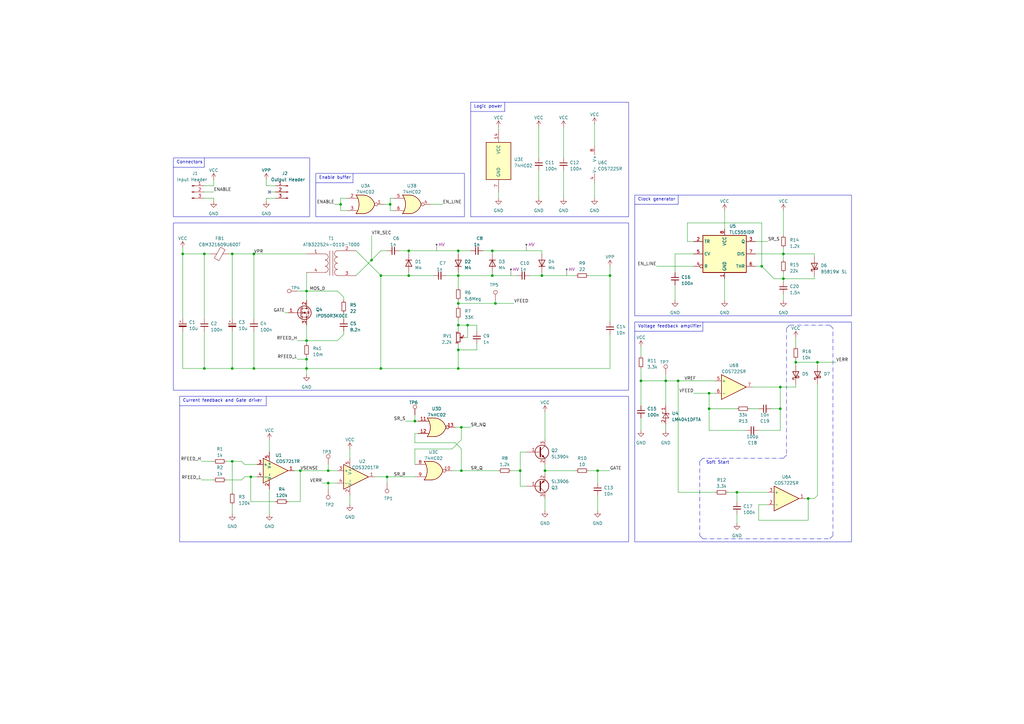
<source format=kicad_sch>
(kicad_sch (version 20230121) (generator eeschema)

  (uuid cbce1c9b-145a-4699-84cc-032e6740ebf0)

  (paper "A3")

  (title_block
    (title "170V Boost converter and controller")
    (rev "V1")
    (company "Alessandro Mauri")
  )

  

  (junction (at 134.62 198.12) (diameter 0) (color 0 0 0 0)
    (uuid 037bc7e2-60f8-4ad7-a79a-1ab5137811b4)
  )
  (junction (at 335.28 148.59) (diameter 0) (color 0 0 0 0)
    (uuid 05e7d7ef-d3ff-4c82-95b9-b7b1e2fd50e7)
  )
  (junction (at 222.25 113.03) (diameter 0) (color 0 0 0 0)
    (uuid 0aaa9dbb-41c4-4219-ae69-b112f6a86571)
  )
  (junction (at 321.31 114.3) (diameter 0) (color 0 0 0 0)
    (uuid 10585718-050b-4a64-9f3f-f980a51ababb)
  )
  (junction (at 187.96 124.46) (diameter 0) (color 0 0 0 0)
    (uuid 20649430-1e00-4e94-b285-1f369bfe7146)
  )
  (junction (at 83.82 151.13) (diameter 0) (color 0 0 0 0)
    (uuid 2181eb68-139d-495f-9818-9c3ef9ca9531)
  )
  (junction (at 104.14 151.13) (diameter 0) (color 0 0 0 0)
    (uuid 27f888b8-a6f7-4f8a-a863-c8aa21dddf3e)
  )
  (junction (at 187.96 143.51) (diameter 0) (color 0 0 0 0)
    (uuid 2e9cb789-cde9-4078-8927-8e4a92557746)
  )
  (junction (at 290.83 167.64) (diameter 0) (color 0 0 0 0)
    (uuid 35b7aeef-5d18-4d21-8433-d0d8ed5d7845)
  )
  (junction (at 201.93 113.03) (diameter 0) (color 0 0 0 0)
    (uuid 361a9328-8a96-4c03-b9f2-2500c1e13ad2)
  )
  (junction (at 102.87 195.58) (diameter 0) (color 0 0 0 0)
    (uuid 3c7252d8-e5c0-4d81-a767-3123adf75f81)
  )
  (junction (at 187.96 151.13) (diameter 0) (color 0 0 0 0)
    (uuid 3de06667-26d6-46a3-a9a7-fc3c8a39a876)
  )
  (junction (at 331.47 204.47) (diameter 0) (color 0 0 0 0)
    (uuid 3f433c90-6fc7-4eb6-8ee6-0083828d81e8)
  )
  (junction (at 123.19 193.04) (diameter 0) (color 0 0 0 0)
    (uuid 41b28f68-4cb2-4d88-ad48-124dc4e00531)
  )
  (junction (at 156.21 151.13) (diameter 0) (color 0 0 0 0)
    (uuid 446da3d9-efcb-45e5-b834-7f61beb212d6)
  )
  (junction (at 95.25 189.23) (diameter 0) (color 0 0 0 0)
    (uuid 48fd5879-d73a-4d58-a27d-e9ba564676d2)
  )
  (junction (at 245.11 193.04) (diameter 0) (color 0 0 0 0)
    (uuid 49c35e0a-6950-4b1c-9db0-92c4f39c8811)
  )
  (junction (at 191.77 133.35) (diameter 0) (color 0 0 0 0)
    (uuid 4b2ba0b4-7732-4a15-88f2-9a851e8ff6d0)
  )
  (junction (at 134.62 193.04) (diameter 0) (color 0 0 0 0)
    (uuid 4b7b5556-8f25-4d9d-a988-60a1365b03d9)
  )
  (junction (at 250.19 113.03) (diameter 0) (color 0 0 0 0)
    (uuid 4f7252f4-14df-464a-867f-bf7f4746796d)
  )
  (junction (at 320.04 158.75) (diameter 0) (color 0 0 0 0)
    (uuid 51394fd0-3264-4f25-aa12-ac5dd5051fc0)
  )
  (junction (at 167.64 102.87) (diameter 0) (color 0 0 0 0)
    (uuid 5d34ba1a-56cb-476f-94c8-31c261ad09a0)
  )
  (junction (at 213.36 193.04) (diameter 0) (color 0 0 0 0)
    (uuid 5d7c4d2a-3a2d-445f-b45f-16a90051a842)
  )
  (junction (at 167.64 113.03) (diameter 0) (color 0 0 0 0)
    (uuid 5f3d4238-30a3-4c77-87cc-0edd8d7530a0)
  )
  (junction (at 104.14 104.14) (diameter 0) (color 0 0 0 0)
    (uuid 63f041bd-9efb-4506-89d8-c45f072938e9)
  )
  (junction (at 187.96 102.87) (diameter 0) (color 0 0 0 0)
    (uuid 64b35b99-6ef3-4d08-96d4-c2f2f9452c24)
  )
  (junction (at 125.73 151.13) (diameter 0) (color 0 0 0 0)
    (uuid 7450e237-3542-484e-a401-90d6ed0cfa24)
  )
  (junction (at 95.25 104.14) (diameter 0) (color 0 0 0 0)
    (uuid 752c2214-81d8-4bd7-95fe-318e9cc56131)
  )
  (junction (at 152.4 106.68) (diameter 0) (color 0 0 0 0)
    (uuid 75f55b88-f0b7-49ad-a13a-06160ebfeaa6)
  )
  (junction (at 156.21 113.03) (diameter 0) (color 0 0 0 0)
    (uuid 8565dd7a-71ab-4a48-9a6f-17e035483375)
  )
  (junction (at 83.82 104.14) (diameter 0) (color 0 0 0 0)
    (uuid 87fe3f9a-74f6-4c69-8e3e-7cff88e3ec0e)
  )
  (junction (at 160.02 83.82) (diameter 0) (color 0 0 0 0)
    (uuid 8b828cb3-0a29-4b5b-a1fd-7a9aab2434a6)
  )
  (junction (at 187.96 113.03) (diameter 0) (color 0 0 0 0)
    (uuid 8cef1d04-c561-41b0-9641-11b43ed34667)
  )
  (junction (at 320.04 167.64) (diameter 0) (color 0 0 0 0)
    (uuid 91e3bdd1-4c5f-4246-8087-9adcf40ad407)
  )
  (junction (at 189.23 175.26) (diameter 0) (color 0 0 0 0)
    (uuid 9ed8efc2-717d-41b2-88b3-d727a352b300)
  )
  (junction (at 273.05 156.21) (diameter 0) (color 0 0 0 0)
    (uuid a2cda6aa-ce7d-4fe5-a219-ae329e5f739e)
  )
  (junction (at 189.23 193.04) (diameter 0) (color 0 0 0 0)
    (uuid a5fea039-c385-49b1-9abf-4f2c3ff4c849)
  )
  (junction (at 201.93 102.87) (diameter 0) (color 0 0 0 0)
    (uuid ab3fefa5-034a-46b3-a75e-028955529cdf)
  )
  (junction (at 326.39 148.59) (diameter 0) (color 0 0 0 0)
    (uuid bd8a268b-a041-4de5-8ad2-e02c212a9143)
  )
  (junction (at 125.73 147.32) (diameter 0) (color 0 0 0 0)
    (uuid bedd0b38-829e-4bea-8bb2-924df70f622a)
  )
  (junction (at 321.31 104.14) (diameter 0) (color 0 0 0 0)
    (uuid bf82d548-c56f-4790-a8ea-8aa48d0af590)
  )
  (junction (at 139.7 83.82) (diameter 0) (color 0 0 0 0)
    (uuid ca7741f4-451d-46b9-bbba-5814ea9781c8)
  )
  (junction (at 223.52 193.04) (diameter 0) (color 0 0 0 0)
    (uuid ca950303-0e30-4253-b242-d6c5e1b974e9)
  )
  (junction (at 74.93 104.14) (diameter 0) (color 0 0 0 0)
    (uuid d030cabf-a5ba-4963-adc7-858525385303)
  )
  (junction (at 95.25 151.13) (diameter 0) (color 0 0 0 0)
    (uuid d595b2ef-bccf-4d7c-bc72-d82087674376)
  )
  (junction (at 302.26 201.93) (diameter 0) (color 0 0 0 0)
    (uuid d8aa9260-8eb2-4b55-9e8b-711045d7fc4c)
  )
  (junction (at 262.89 156.21) (diameter 0) (color 0 0 0 0)
    (uuid db9fd39a-5cb4-4f72-84b4-cb9c1c251920)
  )
  (junction (at 290.83 161.29) (diameter 0) (color 0 0 0 0)
    (uuid dd891383-b55e-443d-b533-88569e3671ea)
  )
  (junction (at 158.75 195.58) (diameter 0) (color 0 0 0 0)
    (uuid e0b7f66a-38bf-4f60-8657-7d50d73b8c76)
  )
  (junction (at 187.96 133.35) (diameter 0) (color 0 0 0 0)
    (uuid e1617fd2-c844-49a0-b380-62ff52275dcd)
  )
  (junction (at 170.18 172.72) (diameter 0) (color 0 0 0 0)
    (uuid e1720c9b-aa74-443c-ac64-ffc36994908c)
  )
  (junction (at 278.13 156.21) (diameter 0) (color 0 0 0 0)
    (uuid e4c81687-4498-4523-ba06-5b9afcd96b0e)
  )
  (junction (at 125.73 119.38) (diameter 0) (color 0 0 0 0)
    (uuid e4f336fa-9732-4bba-9e89-8ca39e856c51)
  )
  (junction (at 125.73 139.7) (diameter 0) (color 0 0 0 0)
    (uuid e87291da-ee9b-4258-beae-2dd05c4ee409)
  )
  (junction (at 203.2 124.46) (diameter 0) (color 0 0 0 0)
    (uuid e9606684-adf5-4413-b59e-541063aae562)
  )
  (junction (at 312.42 109.22) (diameter 0) (color 0 0 0 0)
    (uuid ff71b40a-9674-48b2-b6bb-bf5857f8504d)
  )

  (no_connect (at 110.49 78.74) (uuid 78bbbfb7-ca68-41e2-b68d-166d6bed0f39))

  (wire (pts (xy 189.23 184.15) (xy 189.23 193.04))
    (stroke (width 0) (type default))
    (uuid 0116daf0-5ae0-487c-9bb4-b0f552da91cf)
  )
  (wire (pts (xy 92.71 189.23) (xy 95.25 189.23))
    (stroke (width 0) (type default))
    (uuid 029d30c4-19d2-49db-94b9-61b8a5c424bd)
  )
  (wire (pts (xy 139.7 83.82) (xy 139.7 86.36))
    (stroke (width 0) (type default))
    (uuid 04cd3a17-35ec-43fe-b624-e2a4d8f3b3e8)
  )
  (wire (pts (xy 74.93 104.14) (xy 74.93 130.81))
    (stroke (width 0) (type default))
    (uuid 0523a9a6-9760-4433-9490-9db5ea44377a)
  )
  (wire (pts (xy 309.88 109.22) (xy 312.42 109.22))
    (stroke (width 0) (type default))
    (uuid 0546260d-5e28-4b62-b2bd-4c05a80a9019)
  )
  (wire (pts (xy 140.97 137.16) (xy 138.43 139.7))
    (stroke (width 0) (type default))
    (uuid 059008a1-6aee-4c3f-b695-1e7a6c43459c)
  )
  (wire (pts (xy 273.05 156.21) (xy 273.05 166.37))
    (stroke (width 0) (type default))
    (uuid 06b88a68-cc3b-4266-a3d9-2ea372e7e58d)
  )
  (wire (pts (xy 191.77 133.35) (xy 191.77 138.43))
    (stroke (width 0) (type default))
    (uuid 07cce6de-5d8b-4fcd-9375-d7c8445ab389)
  )
  (wire (pts (xy 187.96 102.87) (xy 187.96 104.14))
    (stroke (width 0) (type default))
    (uuid 07d0c83b-d465-4260-af0d-9562fcc7ea54)
  )
  (wire (pts (xy 170.18 170.18) (xy 170.18 172.72))
    (stroke (width 0) (type default))
    (uuid 08dc4543-eb54-4d94-8839-915bd10a397c)
  )
  (polyline (pts (xy 287.02 219.71) (xy 288.29 220.98))
    (stroke (width 0) (type dash_dot))
    (uuid 0aa8aaea-51fc-4ac0-9c7b-15788f800b12)
  )

  (wire (pts (xy 170.18 184.15) (xy 185.42 184.15))
    (stroke (width 0) (type default))
    (uuid 0ad95cde-65e6-4e14-81a7-16780057154f)
  )
  (wire (pts (xy 132.08 198.12) (xy 134.62 198.12))
    (stroke (width 0) (type default))
    (uuid 0c3f23cb-6f7e-4585-af67-e252b7c1627d)
  )
  (wire (pts (xy 92.71 196.85) (xy 99.06 196.85))
    (stroke (width 0) (type default))
    (uuid 0cb45fac-a2c4-4b4f-9d9b-58849e00dbc9)
  )
  (wire (pts (xy 326.39 147.32) (xy 326.39 148.59))
    (stroke (width 0) (type default))
    (uuid 0d6a0d43-0047-4710-ba15-8d907f290897)
  )
  (wire (pts (xy 290.83 176.53) (xy 306.07 176.53))
    (stroke (width 0) (type default))
    (uuid 0ded2909-bf29-4026-857e-ea158000a96a)
  )
  (wire (pts (xy 125.73 146.05) (xy 125.73 147.32))
    (stroke (width 0) (type default))
    (uuid 0fe09758-33d1-4565-86f5-616694ebfcb3)
  )
  (polyline (pts (xy 340.36 220.98) (xy 341.63 219.71))
    (stroke (width 0) (type dash_dot))
    (uuid 10c592a9-c317-4ffd-a369-e15b603c2f8d)
  )

  (wire (pts (xy 241.3 113.03) (xy 250.19 113.03))
    (stroke (width 0) (type default))
    (uuid 11134033-96bb-4b28-8df1-9c7ec1f76c7b)
  )
  (wire (pts (xy 156.21 113.03) (xy 167.64 113.03))
    (stroke (width 0) (type default))
    (uuid 114b4a40-17c1-42a3-b10e-c3e42d50915f)
  )
  (wire (pts (xy 93.98 104.14) (xy 95.25 104.14))
    (stroke (width 0) (type default))
    (uuid 11618ab3-0776-422e-8e53-a082be85b8bd)
  )
  (wire (pts (xy 185.42 193.04) (xy 189.23 193.04))
    (stroke (width 0) (type default))
    (uuid 11978129-f97f-4579-92fc-6ecae7caeb0d)
  )
  (wire (pts (xy 134.62 198.12) (xy 138.43 198.12))
    (stroke (width 0) (type default))
    (uuid 11f4312a-b18f-43a6-b47f-197e2a5921f3)
  )
  (wire (pts (xy 167.64 113.03) (xy 177.8 113.03))
    (stroke (width 0) (type default))
    (uuid 1236f8bc-1321-44da-988f-3eb1e9fd1d8e)
  )
  (wire (pts (xy 187.96 143.51) (xy 195.58 143.51))
    (stroke (width 0) (type default))
    (uuid 12bc9f8b-44dd-4e02-993e-e38727921858)
  )
  (wire (pts (xy 110.49 78.74) (xy 113.03 78.74))
    (stroke (width 0) (type default))
    (uuid 13a5eaea-0762-40ef-b42d-213d4fb67283)
  )
  (wire (pts (xy 187.96 140.97) (xy 187.96 143.51))
    (stroke (width 0) (type default))
    (uuid 13f75b46-4163-47ad-a90e-f3f148a64483)
  )
  (wire (pts (xy 125.73 119.38) (xy 125.73 123.19))
    (stroke (width 0) (type default))
    (uuid 148cc764-d17c-4b63-834d-ab40c327dd8e)
  )
  (wire (pts (xy 125.73 151.13) (xy 125.73 153.67))
    (stroke (width 0) (type default))
    (uuid 1653827a-1132-42b1-be9f-0482b3fe7541)
  )
  (wire (pts (xy 140.97 121.92) (xy 138.43 119.38))
    (stroke (width 0) (type default))
    (uuid 16f878cd-68b5-45fd-9e23-aa697ad549e0)
  )
  (wire (pts (xy 157.48 83.82) (xy 160.02 83.82))
    (stroke (width 0) (type default))
    (uuid 17bbb85c-4d62-419e-8587-5184a2eacb3e)
  )
  (wire (pts (xy 95.25 207.01) (xy 95.25 210.82))
    (stroke (width 0) (type default))
    (uuid 180881a4-44c6-4792-b00a-8cc125de0b2e)
  )
  (wire (pts (xy 331.47 204.47) (xy 334.01 204.47))
    (stroke (width 0) (type default))
    (uuid 18dcd814-b713-4907-91fe-6075d789d0bb)
  )
  (wire (pts (xy 187.96 124.46) (xy 187.96 125.73))
    (stroke (width 0) (type default))
    (uuid 1b1c2b6a-c614-44f1-9c1c-7566901bcbf2)
  )
  (polyline (pts (xy 323.85 133.35) (xy 322.58 134.62))
    (stroke (width 0) (type dash_dot))
    (uuid 1b4f8558-ffed-4834-aabc-6128bc1ff631)
  )

  (wire (pts (xy 189.23 175.26) (xy 189.23 180.34))
    (stroke (width 0) (type default))
    (uuid 1b5dfe4c-25dd-477f-8bb8-3b572a928085)
  )
  (wire (pts (xy 146.05 102.87) (xy 156.21 113.03))
    (stroke (width 0) (type default))
    (uuid 1d7c7f4e-5486-4a19-b25a-70bb36be51e3)
  )
  (polyline (pts (xy 322.58 134.62) (xy 322.58 186.69))
    (stroke (width 0) (type dash_dot))
    (uuid 1dac0dd4-cc3f-47c3-bfc4-dcaaf515b961)
  )
  (polyline (pts (xy 341.63 219.71) (xy 341.63 134.62))
    (stroke (width 0) (type dash_dot))
    (uuid 1fc58c0d-8b7e-408c-b537-38ba98dc34e8)
  )
  (polyline (pts (xy 73.66 166.37) (xy 109.22 166.37))
    (stroke (width 0) (type default))
    (uuid 22a94817-e476-47d8-b824-12ffffd61574)
  )

  (wire (pts (xy 95.25 189.23) (xy 95.25 201.93))
    (stroke (width 0) (type default))
    (uuid 240258d7-8ff0-4b91-b80f-0177e8175b25)
  )
  (wire (pts (xy 123.19 193.04) (xy 134.62 193.04))
    (stroke (width 0) (type default))
    (uuid 24b1edf6-75ff-4d48-8225-050183435429)
  )
  (wire (pts (xy 186.69 175.26) (xy 189.23 175.26))
    (stroke (width 0) (type default))
    (uuid 24d0f39a-f271-4e1c-82ee-c64fa35041d9)
  )
  (wire (pts (xy 187.96 113.03) (xy 201.93 113.03))
    (stroke (width 0) (type default))
    (uuid 259fb412-9472-49e6-9659-158a12bdf00c)
  )
  (wire (pts (xy 156.21 151.13) (xy 187.96 151.13))
    (stroke (width 0) (type default))
    (uuid 2aacb643-24ba-4ea8-98fd-db3afc18239a)
  )
  (wire (pts (xy 109.22 81.28) (xy 113.03 81.28))
    (stroke (width 0) (type default))
    (uuid 2b5bd6e1-8549-4af2-8aae-90de48e3e8b0)
  )
  (wire (pts (xy 190.5 138.43) (xy 191.77 138.43))
    (stroke (width 0) (type default))
    (uuid 2b85d2a6-08a7-450b-9b0b-62556a4db3e1)
  )
  (wire (pts (xy 83.82 104.14) (xy 86.36 104.14))
    (stroke (width 0) (type default))
    (uuid 2c8cf957-4f74-43bb-8183-63c127ac34a2)
  )
  (wire (pts (xy 125.73 139.7) (xy 138.43 139.7))
    (stroke (width 0) (type default))
    (uuid 2d58286d-582b-49c1-8a2f-f15e748d074b)
  )
  (wire (pts (xy 243.84 50.8) (xy 243.84 59.69))
    (stroke (width 0) (type default))
    (uuid 2dec5d8b-a214-4b57-8337-261a4a0e2bcb)
  )
  (wire (pts (xy 320.04 158.75) (xy 326.39 158.75))
    (stroke (width 0) (type default))
    (uuid 2f3e1ba0-6426-404e-a702-36b79b2e4cfd)
  )
  (wire (pts (xy 95.25 104.14) (xy 95.25 130.81))
    (stroke (width 0) (type default))
    (uuid 317de16a-fbfa-48f1-86e3-11801cd44095)
  )
  (wire (pts (xy 102.87 195.58) (xy 102.87 205.74))
    (stroke (width 0) (type default))
    (uuid 32b2e9eb-dc25-4f96-ba9e-144ea9e71ba9)
  )
  (wire (pts (xy 102.87 205.74) (xy 113.03 205.74))
    (stroke (width 0) (type default))
    (uuid 35426e01-d3d4-4f94-aa27-6dfb3d8ee661)
  )
  (wire (pts (xy 83.82 151.13) (xy 95.25 151.13))
    (stroke (width 0) (type default))
    (uuid 36b59985-bd32-4696-acc2-3fdfcec0b6a0)
  )
  (wire (pts (xy 104.14 104.14) (xy 104.14 130.81))
    (stroke (width 0) (type default))
    (uuid 36f209b2-f25c-4850-8cf0-0a3108451c17)
  )
  (wire (pts (xy 74.93 101.6) (xy 74.93 104.14))
    (stroke (width 0) (type default))
    (uuid 370d0da6-7c7c-4cc8-9c89-1ec4079e1945)
  )
  (wire (pts (xy 152.4 96.52) (xy 152.4 106.68))
    (stroke (width 0) (type default))
    (uuid 38c75e5c-d0b3-411a-96c4-097dd7ae1f59)
  )
  (wire (pts (xy 74.93 135.89) (xy 74.93 151.13))
    (stroke (width 0) (type default))
    (uuid 38fc6213-775e-4097-b70f-fb43e1c2eb70)
  )
  (wire (pts (xy 95.25 151.13) (xy 104.14 151.13))
    (stroke (width 0) (type default))
    (uuid 39d96483-185a-4ac9-8ee6-211ef0558c0b)
  )
  (wire (pts (xy 87.63 81.28) (xy 87.63 82.55))
    (stroke (width 0) (type default))
    (uuid 3aec9869-d135-4a45-895c-8c361cbcc68e)
  )
  (wire (pts (xy 95.25 104.14) (xy 104.14 104.14))
    (stroke (width 0) (type default))
    (uuid 3ba0907d-5215-40b6-9c7f-feb2c78d2956)
  )
  (wire (pts (xy 167.64 102.87) (xy 187.96 102.87))
    (stroke (width 0) (type default))
    (uuid 3c1c91a2-9b3d-4dd9-8f40-431bfef7c171)
  )
  (wire (pts (xy 187.96 133.35) (xy 187.96 135.89))
    (stroke (width 0) (type default))
    (uuid 3c6a54c5-e45f-4dce-ba58-12a5e36ec899)
  )
  (wire (pts (xy 217.17 113.03) (xy 222.25 113.03))
    (stroke (width 0) (type default))
    (uuid 3ce797c6-6d59-40ed-90c2-b0cdc7843150)
  )
  (wire (pts (xy 302.26 201.93) (xy 302.26 205.74))
    (stroke (width 0) (type default))
    (uuid 3e801497-4719-481c-ade8-06f4a4f756c8)
  )
  (wire (pts (xy 321.31 114.3) (xy 334.01 114.3))
    (stroke (width 0) (type default))
    (uuid 3e9d3980-df58-48c3-898e-18189365574c)
  )
  (wire (pts (xy 125.73 111.76) (xy 125.73 119.38))
    (stroke (width 0) (type default))
    (uuid 3f6b02a8-c747-4473-b23c-374fc846daec)
  )
  (polyline (pts (xy 71.12 68.58) (xy 83.82 68.58))
    (stroke (width 0) (type default))
    (uuid 41062b12-b46b-4955-b9eb-f048e2454191)
  )

  (wire (pts (xy 326.39 158.75) (xy 326.39 157.48))
    (stroke (width 0) (type default))
    (uuid 412dc3ad-a65c-4b21-b4ee-aee881d4b377)
  )
  (wire (pts (xy 231.14 69.85) (xy 231.14 81.28))
    (stroke (width 0) (type default))
    (uuid 424845c2-c144-486f-944b-d11958b06609)
  )
  (wire (pts (xy 143.51 203.2) (xy 143.51 207.01))
    (stroke (width 0) (type default))
    (uuid 428d6fba-79f3-4e01-a6e2-bd65e798cb4d)
  )
  (wire (pts (xy 195.58 133.35) (xy 195.58 135.89))
    (stroke (width 0) (type default))
    (uuid 437084c6-869b-405f-be58-f7d4ad1d5ed5)
  )
  (wire (pts (xy 222.25 113.03) (xy 236.22 113.03))
    (stroke (width 0) (type default))
    (uuid 4594d987-cb70-4ced-aa6e-3c4cc651b100)
  )
  (wire (pts (xy 320.04 158.75) (xy 320.04 167.64))
    (stroke (width 0) (type default))
    (uuid 460597f8-0978-46d5-91fa-96d82ad4d837)
  )
  (wire (pts (xy 278.13 156.21) (xy 278.13 201.93))
    (stroke (width 0) (type default))
    (uuid 4655cf7f-3543-4ed1-8345-4d42bad3325e)
  )
  (wire (pts (xy 284.48 161.29) (xy 290.83 161.29))
    (stroke (width 0) (type default))
    (uuid 47117b89-1713-4a28-9781-2169736b56e6)
  )
  (wire (pts (xy 281.94 91.44) (xy 281.94 99.06))
    (stroke (width 0) (type default))
    (uuid 47bf9120-edca-4953-b776-2032447e4f4f)
  )
  (wire (pts (xy 116.84 128.27) (xy 118.11 128.27))
    (stroke (width 0) (type default))
    (uuid 48b9c60d-cd8f-4240-9351-9da8da86d867)
  )
  (wire (pts (xy 160.02 81.28) (xy 160.02 83.82))
    (stroke (width 0) (type default))
    (uuid 48e26f6a-88a5-4705-ad6e-ef19cca093b7)
  )
  (polyline (pts (xy 322.58 186.69) (xy 321.31 187.96))
    (stroke (width 0) (type dash_dot))
    (uuid 49762f6f-d9a8-4346-b1a6-62bcee5ff5da)
  )

  (wire (pts (xy 262.89 156.21) (xy 262.89 166.37))
    (stroke (width 0) (type default))
    (uuid 4a078500-bb9a-45dd-ab74-840667a2630d)
  )
  (wire (pts (xy 99.06 196.85) (xy 100.33 195.58))
    (stroke (width 0) (type default))
    (uuid 4e362d86-ebd8-44f2-a941-ee81112a437e)
  )
  (polyline (pts (xy 144.78 71.12) (xy 144.78 74.93))
    (stroke (width 0) (type default))
    (uuid 4ee23ccf-d840-461b-982d-68ca31279093)
  )

  (wire (pts (xy 167.64 102.87) (xy 167.64 104.14))
    (stroke (width 0) (type default))
    (uuid 4ee770bc-7312-4f18-aa2f-8da8bb3b3587)
  )
  (wire (pts (xy 220.98 52.07) (xy 220.98 64.77))
    (stroke (width 0) (type default))
    (uuid 4efc5cfd-f9b7-433c-8c85-58342a0e6e1c)
  )
  (wire (pts (xy 309.88 104.14) (xy 321.31 104.14))
    (stroke (width 0) (type default))
    (uuid 4f0492aa-d354-4a2f-957a-b0c16661933b)
  )
  (polyline (pts (xy 109.22 162.56) (xy 109.22 166.37))
    (stroke (width 0) (type default))
    (uuid 4f4aa186-90c6-4f6c-8f26-badd20d091a9)
  )

  (wire (pts (xy 121.92 139.7) (xy 125.73 139.7))
    (stroke (width 0) (type default))
    (uuid 50b82c17-e83d-4419-b7ef-7a9b9aa3fdd3)
  )
  (wire (pts (xy 204.47 52.07) (xy 204.47 53.34))
    (stroke (width 0) (type default))
    (uuid 50cd578b-2036-4880-b613-af1075a8cde1)
  )
  (wire (pts (xy 120.65 193.04) (xy 123.19 193.04))
    (stroke (width 0) (type default))
    (uuid 5151bba6-b64a-4612-8af3-3310311fc467)
  )
  (wire (pts (xy 317.5 114.3) (xy 321.31 114.3))
    (stroke (width 0) (type default))
    (uuid 5266b4eb-34e6-4cf9-bb39-b0a6727956ee)
  )
  (wire (pts (xy 278.13 156.21) (xy 293.37 156.21))
    (stroke (width 0) (type default))
    (uuid 5375a4da-8b77-499f-b340-cbcb72768492)
  )
  (wire (pts (xy 187.96 130.81) (xy 187.96 133.35))
    (stroke (width 0) (type default))
    (uuid 55030f98-e02c-4d39-bf63-7c5760d0a68b)
  )
  (wire (pts (xy 222.25 111.76) (xy 222.25 113.03))
    (stroke (width 0) (type default))
    (uuid 55413978-7918-46e9-b3ea-fe6f8594e830)
  )
  (wire (pts (xy 262.89 142.24) (xy 262.89 146.05))
    (stroke (width 0) (type default))
    (uuid 55df151d-23b1-4146-a716-ac53d415bc0f)
  )
  (wire (pts (xy 139.7 81.28) (xy 139.7 83.82))
    (stroke (width 0) (type default))
    (uuid 568defdf-2232-4be5-afc8-cf5e5b42c6ab)
  )
  (wire (pts (xy 187.96 102.87) (xy 193.04 102.87))
    (stroke (width 0) (type default))
    (uuid 57991b58-72b3-4eb2-bbf5-2466f4875c01)
  )
  (wire (pts (xy 278.13 201.93) (xy 293.37 201.93))
    (stroke (width 0) (type default))
    (uuid 57a25f6f-6c8f-4e50-b7ff-4ef20ca11ec5)
  )
  (polyline (pts (xy 83.82 64.77) (xy 83.82 68.58))
    (stroke (width 0) (type default))
    (uuid 57b11b2e-f075-4afd-92af-d4263ef019b0)
  )

  (wire (pts (xy 125.73 119.38) (xy 138.43 119.38))
    (stroke (width 0) (type default))
    (uuid 5880a721-586a-4e82-a14e-cc7751e6ad60)
  )
  (wire (pts (xy 321.31 101.6) (xy 321.31 104.14))
    (stroke (width 0) (type default))
    (uuid 591600ea-a007-4d6b-b115-08a50c84d794)
  )
  (polyline (pts (xy 260.35 83.82) (xy 278.13 83.82))
    (stroke (width 0) (type default))
    (uuid 5a035c1a-d949-4076-8323-d60668843d95)
  )

  (wire (pts (xy 82.55 189.23) (xy 87.63 189.23))
    (stroke (width 0) (type default))
    (uuid 5c4f449d-a203-4cde-a34c-92146cfb0ea8)
  )
  (wire (pts (xy 134.62 198.12) (xy 134.62 200.66))
    (stroke (width 0) (type default))
    (uuid 5d7abf0a-f885-45f7-9bfd-4d16c20f2c36)
  )
  (wire (pts (xy 121.92 147.32) (xy 125.73 147.32))
    (stroke (width 0) (type default))
    (uuid 608a5d5c-655c-49e0-be80-43a96642975b)
  )
  (wire (pts (xy 95.25 135.89) (xy 95.25 151.13))
    (stroke (width 0) (type default))
    (uuid 60fa5496-94d3-45ba-9107-7a8062464098)
  )
  (wire (pts (xy 222.25 102.87) (xy 222.25 104.14))
    (stroke (width 0) (type default))
    (uuid 6121b43d-bae3-4628-bc94-663c45d194e3)
  )
  (wire (pts (xy 82.55 196.85) (xy 87.63 196.85))
    (stroke (width 0) (type default))
    (uuid 61ae674b-df63-4062-a6c0-bd0872701c30)
  )
  (wire (pts (xy 273.05 153.67) (xy 273.05 156.21))
    (stroke (width 0) (type default))
    (uuid 62ea33ce-366b-4c6e-95b3-2236f71351d5)
  )
  (wire (pts (xy 321.31 104.14) (xy 321.31 106.68))
    (stroke (width 0) (type default))
    (uuid 655f1ba9-e3dc-4553-b6b8-4048c387926d)
  )
  (wire (pts (xy 223.52 190.5) (xy 223.52 193.04))
    (stroke (width 0) (type default))
    (uuid 656efe0e-aae8-4694-9dcf-fb25c0a10b7b)
  )
  (wire (pts (xy 201.93 111.76) (xy 201.93 113.03))
    (stroke (width 0) (type default))
    (uuid 662fb48d-9f3a-4f82-8a77-65bf63091b9a)
  )
  (wire (pts (xy 311.15 207.01) (xy 311.15 213.36))
    (stroke (width 0) (type default))
    (uuid 6a8fbae5-365a-4416-871a-74d01b4d246a)
  )
  (wire (pts (xy 201.93 113.03) (xy 212.09 113.03))
    (stroke (width 0) (type default))
    (uuid 6b38e574-e036-4df1-808b-4e4e90a45dbe)
  )
  (wire (pts (xy 213.36 185.42) (xy 215.9 185.42))
    (stroke (width 0) (type default))
    (uuid 6b537cea-10d5-441f-9bad-8aab7a184d6b)
  )
  (wire (pts (xy 143.51 184.15) (xy 143.51 187.96))
    (stroke (width 0) (type default))
    (uuid 6b6251aa-8087-407d-80f6-fb9fcdae1f81)
  )
  (wire (pts (xy 161.29 81.28) (xy 160.02 81.28))
    (stroke (width 0) (type default))
    (uuid 6c725bcc-f7dc-447d-becf-d4e430f9bcdc)
  )
  (wire (pts (xy 320.04 176.53) (xy 320.04 167.64))
    (stroke (width 0) (type default))
    (uuid 70d999ed-ec10-47e2-9db2-eb3c39553d7f)
  )
  (wire (pts (xy 321.31 86.36) (xy 321.31 96.52))
    (stroke (width 0) (type default))
    (uuid 7353ebd9-f067-4aaf-bf5c-f7a19f4979b1)
  )
  (wire (pts (xy 312.42 109.22) (xy 317.5 114.3))
    (stroke (width 0) (type default))
    (uuid 76d93c65-f65c-467f-a209-f9718549da14)
  )
  (polyline (pts (xy 341.63 134.62) (xy 340.36 133.35))
    (stroke (width 0) (type dash_dot))
    (uuid 77a200de-859f-486f-a01f-808861bb8c98)
  )

  (wire (pts (xy 134.62 193.04) (xy 138.43 193.04))
    (stroke (width 0) (type default))
    (uuid 794dd129-c36d-4f3b-a026-dc0532d8275c)
  )
  (wire (pts (xy 187.96 151.13) (xy 250.19 151.13))
    (stroke (width 0) (type default))
    (uuid 79b06e89-8c2c-41d7-be50-e4f80fc868c9)
  )
  (wire (pts (xy 74.93 151.13) (xy 83.82 151.13))
    (stroke (width 0) (type default))
    (uuid 7a3f6ed0-51cf-4a50-a7f2-ba7016149cf1)
  )
  (wire (pts (xy 297.18 86.36) (xy 297.18 93.98))
    (stroke (width 0) (type default))
    (uuid 7aa64d97-9325-4867-9021-4aa1cef5c146)
  )
  (wire (pts (xy 198.12 102.87) (xy 201.93 102.87))
    (stroke (width 0) (type default))
    (uuid 7ba3fc87-37df-47f5-be9e-331094b0e555)
  )
  (wire (pts (xy 160.02 86.36) (xy 161.29 86.36))
    (stroke (width 0) (type default))
    (uuid 7be9afe0-e7c7-4cde-a701-f3515e865f87)
  )
  (wire (pts (xy 330.2 204.47) (xy 331.47 204.47))
    (stroke (width 0) (type default))
    (uuid 7c819137-f2d0-44a8-b3c4-c93ee21c2b4c)
  )
  (wire (pts (xy 334.01 104.14) (xy 334.01 105.41))
    (stroke (width 0) (type default))
    (uuid 7c86ebd4-ee79-4b7c-aa7f-3240e97691d7)
  )
  (wire (pts (xy 182.88 113.03) (xy 187.96 113.03))
    (stroke (width 0) (type default))
    (uuid 7e4e3a82-f188-47a4-9c4d-a0dedfac9a78)
  )
  (wire (pts (xy 326.39 138.43) (xy 326.39 142.24))
    (stroke (width 0) (type default))
    (uuid 7fb6ed98-2d46-454a-a868-efe4d1d36c9d)
  )
  (wire (pts (xy 100.33 190.5) (xy 105.41 190.5))
    (stroke (width 0) (type default))
    (uuid 7fdeeab5-4df9-4449-89e3-204426839230)
  )
  (wire (pts (xy 158.75 195.58) (xy 158.75 198.12))
    (stroke (width 0) (type default))
    (uuid 807c60e5-8817-4583-a1f3-029d37a147f1)
  )
  (wire (pts (xy 87.63 73.66) (xy 87.63 76.2))
    (stroke (width 0) (type default))
    (uuid 82096a7c-a616-4e5d-a56b-f3c8a9e99c2e)
  )
  (wire (pts (xy 326.39 148.59) (xy 326.39 149.86))
    (stroke (width 0) (type default))
    (uuid 82369518-29a4-425a-b19b-e2fccde0b9bc)
  )
  (wire (pts (xy 110.49 200.66) (xy 110.49 210.82))
    (stroke (width 0) (type default))
    (uuid 83ac3fa6-f487-4cfd-ac26-e260e8561a8f)
  )
  (wire (pts (xy 187.96 111.76) (xy 187.96 113.03))
    (stroke (width 0) (type default))
    (uuid 84166364-529d-464b-b84b-3c6db2df2b98)
  )
  (wire (pts (xy 262.89 151.13) (xy 262.89 156.21))
    (stroke (width 0) (type default))
    (uuid 8454cb43-4e06-4c44-a34d-09885e20a869)
  )
  (wire (pts (xy 311.15 213.36) (xy 331.47 213.36))
    (stroke (width 0) (type default))
    (uuid 84f19c2e-acd2-4298-bd7d-3b4ad9ac2536)
  )
  (wire (pts (xy 74.93 104.14) (xy 83.82 104.14))
    (stroke (width 0) (type default))
    (uuid 85d20927-3059-40fb-8b91-afa1fd50fb47)
  )
  (wire (pts (xy 187.96 143.51) (xy 187.96 151.13))
    (stroke (width 0) (type default))
    (uuid 86de7966-3d9d-41ee-9e71-1f73b38cb5fb)
  )
  (wire (pts (xy 204.47 78.74) (xy 204.47 81.28))
    (stroke (width 0) (type default))
    (uuid 88608f3d-f759-4746-b90f-bbe9bde7ae36)
  )
  (wire (pts (xy 290.83 167.64) (xy 302.26 167.64))
    (stroke (width 0) (type default))
    (uuid 891c50b1-af13-41bd-8406-7af164d8a6ee)
  )
  (wire (pts (xy 125.73 151.13) (xy 156.21 151.13))
    (stroke (width 0) (type default))
    (uuid 8a2844dc-d439-48ff-801c-cae4975734e1)
  )
  (wire (pts (xy 176.53 83.82) (xy 181.61 83.82))
    (stroke (width 0) (type default))
    (uuid 8c3f882a-511d-45d3-a2ee-2dbf4c1f1ad3)
  )
  (wire (pts (xy 276.86 104.14) (xy 284.48 104.14))
    (stroke (width 0) (type default))
    (uuid 8cbfa957-862e-48a1-b82e-3c4163ea1f6c)
  )
  (wire (pts (xy 223.52 193.04) (xy 236.22 193.04))
    (stroke (width 0) (type default))
    (uuid 8ce4890c-98ad-4f5a-848c-271ac1e707a2)
  )
  (wire (pts (xy 104.14 135.89) (xy 104.14 151.13))
    (stroke (width 0) (type default))
    (uuid 8d9aca6d-44d8-48fd-bb19-633f3faae9a0)
  )
  (wire (pts (xy 209.55 193.04) (xy 213.36 193.04))
    (stroke (width 0) (type default))
    (uuid 8e18a61f-2640-451a-9751-e1ba7cd4b848)
  )
  (wire (pts (xy 302.26 210.82) (xy 302.26 214.63))
    (stroke (width 0) (type default))
    (uuid 8e8eb6f6-6dd9-44fb-a908-707a86ce2a45)
  )
  (wire (pts (xy 250.19 113.03) (xy 250.19 132.08))
    (stroke (width 0) (type default))
    (uuid 8eebb118-5811-4bd9-bf74-6432c1126b0f)
  )
  (wire (pts (xy 308.61 158.75) (xy 320.04 158.75))
    (stroke (width 0) (type default))
    (uuid 8eff4edd-bf72-4e1e-b3d5-a43254d94cf8)
  )
  (wire (pts (xy 109.22 81.28) (xy 109.22 82.55))
    (stroke (width 0) (type default))
    (uuid 8f3503d3-b43a-4ad0-afbc-4dcc49ceb7a4)
  )
  (wire (pts (xy 269.24 109.22) (xy 284.48 109.22))
    (stroke (width 0) (type default))
    (uuid 8f7c944e-4ddd-4152-9c34-efdbed485f5c)
  )
  (wire (pts (xy 326.39 148.59) (xy 335.28 148.59))
    (stroke (width 0) (type default))
    (uuid 904d9f1b-b210-47cd-8f69-f96637537715)
  )
  (wire (pts (xy 109.22 73.66) (xy 109.22 76.2))
    (stroke (width 0) (type default))
    (uuid 91b4f5a0-d198-47d5-8083-09b76efc29aa)
  )
  (wire (pts (xy 302.26 201.93) (xy 314.96 201.93))
    (stroke (width 0) (type default))
    (uuid 93a116d7-c7b0-491d-953e-c6ef1f5b2f5e)
  )
  (wire (pts (xy 321.31 120.65) (xy 321.31 123.19))
    (stroke (width 0) (type default))
    (uuid 956e40d3-ab85-41f9-a52c-05c09848433f)
  )
  (wire (pts (xy 298.45 201.93) (xy 302.26 201.93))
    (stroke (width 0) (type default))
    (uuid 960f2056-974c-4211-b52f-a70422d603a6)
  )
  (wire (pts (xy 125.73 133.35) (xy 125.73 139.7))
    (stroke (width 0) (type default))
    (uuid 96d2eb72-ddfe-4a8b-a73f-ced9782e0373)
  )
  (wire (pts (xy 121.92 119.38) (xy 125.73 119.38))
    (stroke (width 0) (type default))
    (uuid 97718e05-e435-49da-9c22-942187cb8945)
  )
  (wire (pts (xy 311.15 176.53) (xy 320.04 176.53))
    (stroke (width 0) (type default))
    (uuid 98d376d6-cb93-47ad-96fc-c045a0837405)
  )
  (wire (pts (xy 297.18 114.3) (xy 297.18 123.19))
    (stroke (width 0) (type default))
    (uuid 99ac82c2-316d-44f6-b039-13725946e5d4)
  )
  (wire (pts (xy 118.11 205.74) (xy 123.19 205.74))
    (stroke (width 0) (type default))
    (uuid 9c146bbf-bec0-4840-9460-7d7738ff1751)
  )
  (wire (pts (xy 187.96 113.03) (xy 187.96 118.11))
    (stroke (width 0) (type default))
    (uuid 9fb26078-0471-4fce-a1fc-60a88973f16a)
  )
  (wire (pts (xy 223.52 168.91) (xy 223.52 180.34))
    (stroke (width 0) (type default))
    (uuid a4989d8e-5b08-486a-b137-ade0a598e5eb)
  )
  (wire (pts (xy 83.82 104.14) (xy 83.82 130.81))
    (stroke (width 0) (type default))
    (uuid a4d24d05-9c50-49f7-8e80-e77b081d75c9)
  )
  (wire (pts (xy 203.2 124.46) (xy 210.82 124.46))
    (stroke (width 0) (type default))
    (uuid a56b6b71-3bd2-4527-b434-d70fa521b50d)
  )
  (wire (pts (xy 170.18 184.15) (xy 170.18 190.5))
    (stroke (width 0) (type default))
    (uuid a955446a-b583-4dca-8c82-5909788e9049)
  )
  (wire (pts (xy 335.28 203.2) (xy 334.01 204.47))
    (stroke (width 0) (type default))
    (uuid a9b8c486-d1d6-4827-b7a4-2e7d5cac5abf)
  )
  (wire (pts (xy 276.86 116.84) (xy 276.86 123.19))
    (stroke (width 0) (type default))
    (uuid aae722f3-28c2-4789-8374-d46f8648abe4)
  )
  (wire (pts (xy 167.64 111.76) (xy 167.64 113.03))
    (stroke (width 0) (type default))
    (uuid ad55d248-a1a5-4d44-936b-7f9ac8162f80)
  )
  (wire (pts (xy 335.28 157.48) (xy 335.28 203.2))
    (stroke (width 0) (type default))
    (uuid ae3ccf0c-2e35-4324-b060-e55bd48f5d5e)
  )
  (wire (pts (xy 316.23 167.64) (xy 320.04 167.64))
    (stroke (width 0) (type default))
    (uuid af40ce15-9533-48bf-b21a-c7ef944b3d3c)
  )
  (wire (pts (xy 262.89 171.45) (xy 262.89 176.53))
    (stroke (width 0) (type default))
    (uuid b03a0086-2d71-40b4-883f-30b7ce79b766)
  )
  (wire (pts (xy 140.97 121.92) (xy 140.97 123.19))
    (stroke (width 0) (type default))
    (uuid b076ad0e-35f3-4e5e-9fe7-2a948d19aa62)
  )
  (polyline (pts (xy 287.02 189.23) (xy 287.02 219.71))
    (stroke (width 0) (type dash_dot))
    (uuid b0987e6f-35e4-42a1-b30f-baa6ac448f59)
  )

  (wire (pts (xy 290.83 161.29) (xy 293.37 161.29))
    (stroke (width 0) (type default))
    (uuid b0e4d692-b241-48eb-80ef-8b21075893fd)
  )
  (wire (pts (xy 189.23 180.34) (xy 185.42 184.15))
    (stroke (width 0) (type default))
    (uuid b1abee25-4c36-4e8a-b3c1-9add8be79421)
  )
  (polyline (pts (xy 193.04 45.72) (xy 207.01 45.72))
    (stroke (width 0) (type default))
    (uuid b1b3a974-aaaf-43fd-8bcf-15bd175141c0)
  )

  (wire (pts (xy 125.73 139.7) (xy 125.73 140.97))
    (stroke (width 0) (type default))
    (uuid b2918ebf-bde9-489a-8ecb-5663534790a1)
  )
  (wire (pts (xy 95.25 189.23) (xy 99.06 189.23))
    (stroke (width 0) (type default))
    (uuid b37fff30-11ca-4809-927f-c136323ff1b9)
  )
  (wire (pts (xy 290.83 176.53) (xy 290.83 167.64))
    (stroke (width 0) (type default))
    (uuid b41c23d5-0fee-4b46-aee9-b5ca7c1ad555)
  )
  (wire (pts (xy 312.42 91.44) (xy 312.42 109.22))
    (stroke (width 0) (type default))
    (uuid b51c4892-2cd4-4362-992a-3dffa055bf92)
  )
  (wire (pts (xy 321.31 104.14) (xy 334.01 104.14))
    (stroke (width 0) (type default))
    (uuid b53f6f92-cc6a-4b86-9a1a-cfadde1411e9)
  )
  (wire (pts (xy 83.82 78.74) (xy 87.63 78.74))
    (stroke (width 0) (type default))
    (uuid b57dcc02-8a7b-4061-ac94-a6744b6f4400)
  )
  (wire (pts (xy 170.18 177.8) (xy 170.18 181.61))
    (stroke (width 0) (type default))
    (uuid b5acaa5b-75f9-4558-9be8-d20a4b0015c9)
  )
  (wire (pts (xy 170.18 172.72) (xy 171.45 172.72))
    (stroke (width 0) (type default))
    (uuid b6f3d471-f07f-4c5c-b906-568d43ce2b73)
  )
  (wire (pts (xy 146.05 113.03) (xy 152.4 106.68))
    (stroke (width 0) (type default))
    (uuid b84eef69-0116-486c-a3f0-1255f8d56077)
  )
  (polyline (pts (xy 288.29 187.96) (xy 287.02 189.23))
    (stroke (width 0) (type dash_dot))
    (uuid b9608926-ebe6-49f0-806a-d5d82fce992e)
  )

  (wire (pts (xy 158.75 195.58) (xy 170.18 195.58))
    (stroke (width 0) (type default))
    (uuid bcd897d7-fc67-40d5-b975-b8a1248ab8d8)
  )
  (wire (pts (xy 273.05 173.99) (xy 273.05 176.53))
    (stroke (width 0) (type default))
    (uuid bdc3d212-ccf8-4d3c-a409-dc9077c7f280)
  )
  (wire (pts (xy 187.96 124.46) (xy 203.2 124.46))
    (stroke (width 0) (type default))
    (uuid bec3bf59-9ee3-4f20-95c8-ffcafacc41c5)
  )
  (wire (pts (xy 243.84 74.93) (xy 243.84 81.28))
    (stroke (width 0) (type default))
    (uuid bfd2b323-e92d-4ac8-8e96-59a81d13ef45)
  )
  (wire (pts (xy 321.31 114.3) (xy 321.31 115.57))
    (stroke (width 0) (type default))
    (uuid c0a82c77-61f9-42d2-8899-b79032cf783d)
  )
  (wire (pts (xy 223.52 193.04) (xy 223.52 194.31))
    (stroke (width 0) (type default))
    (uuid c1bae86e-fdc2-4e38-9bde-77390ce833b1)
  )
  (wire (pts (xy 335.28 148.59) (xy 342.9 148.59))
    (stroke (width 0) (type default))
    (uuid c1f0e6bc-9f35-4520-af78-5cb93d6909ca)
  )
  (wire (pts (xy 83.82 76.2) (xy 87.63 76.2))
    (stroke (width 0) (type default))
    (uuid c4f6739e-9ced-4b14-b2b5-c8623ccd5e2e)
  )
  (wire (pts (xy 104.14 151.13) (xy 125.73 151.13))
    (stroke (width 0) (type default))
    (uuid c524b326-2fa9-4a5a-ba08-6179dada6817)
  )
  (wire (pts (xy 123.19 193.04) (xy 123.19 205.74))
    (stroke (width 0) (type default))
    (uuid c52c3377-70e1-4533-8e3e-1bef862e8fec)
  )
  (wire (pts (xy 213.36 199.39) (xy 215.9 199.39))
    (stroke (width 0) (type default))
    (uuid c535c743-bbbf-416a-8838-e03993ef35db)
  )
  (wire (pts (xy 189.23 175.26) (xy 193.04 175.26))
    (stroke (width 0) (type default))
    (uuid c5b61d71-8d4c-4263-a19c-1f303fd75efe)
  )
  (wire (pts (xy 223.52 204.47) (xy 223.52 209.55))
    (stroke (width 0) (type default))
    (uuid c724277e-a870-47a8-87e1-61bb8ea72164)
  )
  (wire (pts (xy 100.33 195.58) (xy 102.87 195.58))
    (stroke (width 0) (type default))
    (uuid c7f332ca-415f-4f2f-ac4c-e305da6cab70)
  )
  (wire (pts (xy 245.11 203.2) (xy 245.11 209.55))
    (stroke (width 0) (type default))
    (uuid c9f55ee0-6f5b-4784-a934-24bfad2f3cbd)
  )
  (wire (pts (xy 152.4 106.68) (xy 156.21 102.87))
    (stroke (width 0) (type default))
    (uuid cae6c5d3-43c1-4c18-b5ce-c4f86bfcb24f)
  )
  (wire (pts (xy 166.37 172.72) (xy 170.18 172.72))
    (stroke (width 0) (type default))
    (uuid cb946610-e2c9-4585-bd02-7c80e551eecb)
  )
  (wire (pts (xy 137.16 83.82) (xy 139.7 83.82))
    (stroke (width 0) (type default))
    (uuid cbfebe51-f604-4e60-ba0a-ef0cc9f5921e)
  )
  (polyline (pts (xy 260.35 135.89) (xy 288.29 135.89))
    (stroke (width 0) (type default))
    (uuid cc6e4dec-9cf8-43fa-ac59-edb98767a251)
  )

  (wire (pts (xy 187.96 123.19) (xy 187.96 124.46))
    (stroke (width 0) (type default))
    (uuid cd594ea4-a2eb-4966-9878-f698e5476611)
  )
  (wire (pts (xy 276.86 104.14) (xy 276.86 111.76))
    (stroke (width 0) (type default))
    (uuid cef044e2-2f4c-4cec-be0d-e56f281fbd48)
  )
  (wire (pts (xy 201.93 102.87) (xy 201.93 104.14))
    (stroke (width 0) (type default))
    (uuid d0525aec-5b54-49d3-9d7f-91e0b58d047b)
  )
  (wire (pts (xy 335.28 148.59) (xy 335.28 149.86))
    (stroke (width 0) (type default))
    (uuid d1e47ada-59cf-4384-82ac-7a6082aff499)
  )
  (polyline (pts (xy 288.29 220.98) (xy 340.36 220.98))
    (stroke (width 0) (type dash_dot))
    (uuid d2629a67-10dd-4da9-af3c-ea1fe11e651e)
  )

  (wire (pts (xy 262.89 156.21) (xy 273.05 156.21))
    (stroke (width 0) (type default))
    (uuid d2ec55a7-49cb-4a35-a513-a2c5afaab15d)
  )
  (wire (pts (xy 87.63 81.28) (xy 83.82 81.28))
    (stroke (width 0) (type default))
    (uuid d3cf3eb5-f6af-4f6b-9947-39655b626554)
  )
  (wire (pts (xy 102.87 195.58) (xy 105.41 195.58))
    (stroke (width 0) (type default))
    (uuid d494d79c-fa8c-4549-b089-3cfc476ad6ad)
  )
  (polyline (pts (xy 207.01 41.91) (xy 207.01 45.72))
    (stroke (width 0) (type default))
    (uuid d4af7253-cd97-4cb1-86d2-5030e0b7c85d)
  )

  (wire (pts (xy 241.3 193.04) (xy 245.11 193.04))
    (stroke (width 0) (type default))
    (uuid d7843d86-5add-42db-b221-a81d62474b93)
  )
  (polyline (pts (xy 321.31 187.96) (xy 288.29 187.96))
    (stroke (width 0) (type dash_dot))
    (uuid d8dd8a8f-eeab-4562-9e7c-5b6d5741b87f)
  )

  (wire (pts (xy 307.34 167.64) (xy 311.15 167.64))
    (stroke (width 0) (type default))
    (uuid db64cd99-4d3a-49cf-bdf6-d567c07ba753)
  )
  (wire (pts (xy 139.7 86.36) (xy 142.24 86.36))
    (stroke (width 0) (type default))
    (uuid db7cc43c-bf1a-4c07-bace-c1f557953146)
  )
  (wire (pts (xy 125.73 147.32) (xy 125.73 151.13))
    (stroke (width 0) (type default))
    (uuid dc526526-928f-4ab6-be5b-b41bcee20bae)
  )
  (wire (pts (xy 140.97 128.27) (xy 140.97 130.81))
    (stroke (width 0) (type default))
    (uuid dd8c769b-0fb5-4357-b979-f8a67bb22e79)
  )
  (wire (pts (xy 134.62 190.5) (xy 134.62 193.04))
    (stroke (width 0) (type default))
    (uuid ded3a52e-422a-4a42-8b0e-da122f93bb10)
  )
  (wire (pts (xy 110.49 180.34) (xy 110.49 185.42))
    (stroke (width 0) (type default))
    (uuid ded52043-6a4e-4fdb-bdb7-33e705c70012)
  )
  (wire (pts (xy 213.36 185.42) (xy 213.36 193.04))
    (stroke (width 0) (type default))
    (uuid dfa10f60-c0ac-417c-95b7-ca7df1566407)
  )
  (wire (pts (xy 311.15 207.01) (xy 314.96 207.01))
    (stroke (width 0) (type default))
    (uuid e00cc0e7-a8f8-4ed4-9d82-1e3d41cb6ea5)
  )
  (wire (pts (xy 213.36 193.04) (xy 213.36 199.39))
    (stroke (width 0) (type default))
    (uuid e05e4329-0f5a-4442-9dc0-421e28b9c721)
  )
  (wire (pts (xy 321.31 111.76) (xy 321.31 114.3))
    (stroke (width 0) (type default))
    (uuid e071b06b-b226-4667-8a92-9d1d20b06dee)
  )
  (polyline (pts (xy 340.36 133.35) (xy 323.85 133.35))
    (stroke (width 0) (type dash_dot))
    (uuid e0e8e508-89e0-4314-a727-13c070d5f5cb)
  )

  (wire (pts (xy 245.11 193.04) (xy 250.19 193.04))
    (stroke (width 0) (type default))
    (uuid e221880e-380a-447b-bd57-2b3b0b44acda)
  )
  (wire (pts (xy 163.83 102.87) (xy 167.64 102.87))
    (stroke (width 0) (type default))
    (uuid e23af1a4-1fe4-4388-9bd1-e80e363a6b16)
  )
  (wire (pts (xy 156.21 113.03) (xy 156.21 151.13))
    (stroke (width 0) (type default))
    (uuid e38138b7-f346-4a1c-8eee-273bac1cf5d7)
  )
  (wire (pts (xy 273.05 156.21) (xy 278.13 156.21))
    (stroke (width 0) (type default))
    (uuid e49c6e9a-8b9d-468c-84ce-1b54b5cb46e9)
  )
  (wire (pts (xy 195.58 140.97) (xy 195.58 143.51))
    (stroke (width 0) (type default))
    (uuid e57f9bc2-aebe-4df5-9038-a41dcb2dbcdd)
  )
  (polyline (pts (xy 278.13 80.01) (xy 278.13 83.82))
    (stroke (width 0) (type default))
    (uuid e5d13fd3-2b89-4bcd-831b-008ed01ce8e8)
  )

  (wire (pts (xy 250.19 109.22) (xy 250.19 113.03))
    (stroke (width 0) (type default))
    (uuid e64760ab-6ac1-4c0a-b802-7808f3a1a56a)
  )
  (wire (pts (xy 245.11 193.04) (xy 245.11 198.12))
    (stroke (width 0) (type default))
    (uuid e7d847b2-cfb5-4dfb-8144-d3bc3061b463)
  )
  (polyline (pts (xy 288.29 132.08) (xy 288.29 135.89))
    (stroke (width 0) (type default))
    (uuid e82bebab-2995-4679-98d6-be6b8ce57c44)
  )

  (wire (pts (xy 187.96 133.35) (xy 191.77 133.35))
    (stroke (width 0) (type default))
    (uuid e85c3a2b-d6f5-4c88-ab67-4c6f73681a5a)
  )
  (wire (pts (xy 140.97 135.89) (xy 140.97 137.16))
    (stroke (width 0) (type default))
    (uuid e993a804-36d1-4038-b5df-f7ba237913ad)
  )
  (wire (pts (xy 99.06 189.23) (xy 100.33 190.5))
    (stroke (width 0) (type default))
    (uuid ec82f644-8b7b-41a4-bf3d-209447c543c2)
  )
  (wire (pts (xy 191.77 133.35) (xy 195.58 133.35))
    (stroke (width 0) (type default))
    (uuid eccf0211-32b7-42b2-b581-3c9cbc0551e1)
  )
  (wire (pts (xy 203.2 123.19) (xy 203.2 124.46))
    (stroke (width 0) (type default))
    (uuid ecd2a4f3-c06d-4033-a5b3-3edcd3db8074)
  )
  (wire (pts (xy 281.94 91.44) (xy 312.42 91.44))
    (stroke (width 0) (type default))
    (uuid ed1d7200-afea-4a5e-94b3-5ed5361dd053)
  )
  (wire (pts (xy 170.18 177.8) (xy 171.45 177.8))
    (stroke (width 0) (type default))
    (uuid edfd9dc2-e97a-4d37-a878-60852b57c3cc)
  )
  (polyline (pts (xy 129.54 74.93) (xy 144.78 74.93))
    (stroke (width 0) (type default))
    (uuid f095a2cd-fbcb-47d0-9038-a962d24b1b6a)
  )

  (wire (pts (xy 156.21 102.87) (xy 158.75 102.87))
    (stroke (width 0) (type default))
    (uuid f14db83f-14c6-4551-814a-9b797d09ecc0)
  )
  (wire (pts (xy 201.93 102.87) (xy 222.25 102.87))
    (stroke (width 0) (type default))
    (uuid f173b014-4e8a-40f3-b67f-b06bb3e3bf06)
  )
  (wire (pts (xy 170.18 181.61) (xy 186.69 181.61))
    (stroke (width 0) (type default))
    (uuid f18a2ff6-24e8-4d6f-a0c7-d1385fbb1e9a)
  )
  (wire (pts (xy 309.88 99.06) (xy 314.96 99.06))
    (stroke (width 0) (type default))
    (uuid f3d76acc-1d00-4baa-a201-6799e385aace)
  )
  (wire (pts (xy 290.83 167.64) (xy 290.83 161.29))
    (stroke (width 0) (type default))
    (uuid f4ae4afc-854f-4998-bf8e-4c01ce0a9952)
  )
  (wire (pts (xy 189.23 193.04) (xy 204.47 193.04))
    (stroke (width 0) (type default))
    (uuid f6aeb7be-b72e-43d0-be4d-bb71de3db549)
  )
  (wire (pts (xy 153.67 195.58) (xy 158.75 195.58))
    (stroke (width 0) (type default))
    (uuid f779f2a2-33c1-4250-aa5c-9ee4acfca1a0)
  )
  (wire (pts (xy 231.14 52.07) (xy 231.14 64.77))
    (stroke (width 0) (type default))
    (uuid f9516458-efe6-42b8-aa36-d2f3713cbda4)
  )
  (wire (pts (xy 142.24 81.28) (xy 139.7 81.28))
    (stroke (width 0) (type default))
    (uuid f97e1061-6f25-4c7c-8250-2381084d9fe7)
  )
  (wire (pts (xy 334.01 113.03) (xy 334.01 114.3))
    (stroke (width 0) (type default))
    (uuid f9ba9afa-d128-4fe6-b442-f9f831746959)
  )
  (wire (pts (xy 160.02 83.82) (xy 160.02 86.36))
    (stroke (width 0) (type default))
    (uuid fabea6aa-fdb6-400c-a67b-e83c972850f7)
  )
  (wire (pts (xy 250.19 137.16) (xy 250.19 151.13))
    (stroke (width 0) (type default))
    (uuid fc407b96-f297-47dc-992d-f8237a31db95)
  )
  (wire (pts (xy 109.22 76.2) (xy 113.03 76.2))
    (stroke (width 0) (type default))
    (uuid fc556207-a71c-4010-8115-7f9ba80f98d3)
  )
  (wire (pts (xy 281.94 99.06) (xy 284.48 99.06))
    (stroke (width 0) (type default))
    (uuid fcce76eb-1902-4653-9dc5-938663b66849)
  )
  (wire (pts (xy 186.69 181.61) (xy 189.23 184.15))
    (stroke (width 0) (type default))
    (uuid fe86076d-4c86-4657-8a8a-6b674d86b145)
  )
  (wire (pts (xy 331.47 204.47) (xy 331.47 213.36))
    (stroke (width 0) (type default))
    (uuid feb8cea9-1a28-47fb-a87a-5d65d32ee759)
  )
  (wire (pts (xy 83.82 135.89) (xy 83.82 151.13))
    (stroke (width 0) (type default))
    (uuid ff32a165-c611-4bf7-9d01-037538f2e9f0)
  )
  (wire (pts (xy 220.98 69.85) (xy 220.98 81.28))
    (stroke (width 0) (type default))
    (uuid ffd26bd9-af0c-457b-a14d-88182b33fbab)
  )
  (wire (pts (xy 104.14 104.14) (xy 125.73 104.14))
    (stroke (width 0) (type default))
    (uuid fff39ac5-e877-4540-acbd-81288596f7fd)
  )

  (rectangle (start 71.12 64.77) (end 127 88.9)
    (stroke (width 0) (type default))
    (fill (type none))
    (uuid 1fc5a9c0-0f4f-4a48-bebb-2e3e40b6cafe)
  )
  (rectangle (start 193.04 41.91) (end 257.81 88.9)
    (stroke (width 0) (type default))
    (fill (type none))
    (uuid 26b76dbf-3f0c-4843-b2d9-ac0e9f8735a5)
  )
  (rectangle (start 129.54 71.12) (end 190.5 88.9)
    (stroke (width 0) (type default))
    (fill (type none))
    (uuid 68c4236f-396b-4677-8636-5e49d6735d0d)
  )
  (rectangle (start 260.35 132.08) (end 349.25 222.25)
    (stroke (width 0) (type default))
    (fill (type none))
    (uuid 72410894-23b7-483a-b204-caa219ce7cd2)
  )
  (rectangle (start 260.35 80.01) (end 349.25 129.54)
    (stroke (width 0) (type default))
    (fill (type none))
    (uuid 7ce2826c-d032-4804-8d53-85544533077b)
  )
  (rectangle (start 73.66 162.56) (end 257.81 222.25)
    (stroke (width 0) (type default))
    (fill (type none))
    (uuid b9e15c38-d43b-4721-b6a1-f4d319588645)
  )
  (rectangle (start 71.12 91.44) (end 257.81 160.02)
    (stroke (width 0) (type default))
    (fill (type none))
    (uuid cf6b70bc-5171-4b7b-8df6-6bbf98f6d95e)
  )

  (text "Voltage feedback amplifier" (at 261.62 134.62 0)
    (effects (font (size 1.27 1.27)) (justify left bottom))
    (uuid 04a4b1e6-da7c-4485-addf-5ee2fd3f5280)
  )
  (text "Logic power\n" (at 194.31 44.45 0)
    (effects (font (size 1.27 1.27)) (justify left bottom))
    (uuid 7053e177-fe30-40c4-abee-de0525d3c8b6)
  )
  (text "Connectors\n" (at 72.39 67.31 0)
    (effects (font (size 1.27 1.27)) (justify left bottom))
    (uuid 83644ea7-b33f-4ca1-ae17-8fe3fbf3eb79)
  )
  (text "Current feedback and Gate driver\n" (at 74.93 165.1 0)
    (effects (font (size 1.27 1.27)) (justify left bottom))
    (uuid d3a4c622-d7ea-4635-8cdf-0a0de050f783)
  )
  (text "Clock generator" (at 261.62 82.55 0)
    (effects (font (size 1.27 1.27)) (justify left bottom))
    (uuid e7224a49-9cae-4cf0-a263-a04ef4422757)
  )
  (text "Soft Start" (at 289.56 190.5 0)
    (effects (font (size 1.27 1.27)) (justify left bottom))
    (uuid f22807ac-dcb5-4553-8ef6-b76abbc43b50)
  )
  (text "Enable buffer" (at 130.81 73.66 0)
    (effects (font (size 1.27 1.27)) (justify left bottom))
    (uuid fd7327d6-d41e-4b80-bc06-1c5f80ad17db)
  )

  (label "VREF" (at 280.67 156.21 0) (fields_autoplaced)
    (effects (font (size 1.27 1.27)) (justify left bottom))
    (uuid 031bea05-14c5-46de-b01f-5c1e2d416841)
  )
  (label "VERR" (at 132.08 198.12 180) (fields_autoplaced)
    (effects (font (size 1.27 1.27)) (justify right bottom))
    (uuid 039fd49a-62cd-4f0c-9ab5-d191f24b40df)
  )
  (label "SR_S" (at 314.96 99.06 0) (fields_autoplaced)
    (effects (font (size 1.27 1.27)) (justify left bottom))
    (uuid 03ca45f4-5a43-43af-b09b-6938a52aed1a)
  )
  (label "RFEED_H" (at 121.92 139.7 180) (fields_autoplaced)
    (effects (font (size 1.27 1.27)) (justify right bottom))
    (uuid 1bdf714b-a75d-4066-9cd6-4f4b2c6be3c2)
  )
  (label "RFEED_H" (at 82.55 189.23 180) (fields_autoplaced)
    (effects (font (size 1.27 1.27)) (justify right bottom))
    (uuid 42f07abb-1033-4e3e-a8c1-21ecd175b5db)
  )
  (label "VFEED" (at 284.48 161.29 180) (fields_autoplaced)
    (effects (font (size 1.27 1.27)) (justify right bottom))
    (uuid 44adcfd7-83eb-446d-a8d4-720a2d25aedf)
  )
  (label "ENABLE" (at 137.16 83.82 180) (fields_autoplaced)
    (effects (font (size 1.27 1.27)) (justify right bottom))
    (uuid 62b6fa4f-690f-4cba-98b8-355d9a6f5343)
  )
  (label "VSENSE" (at 123.19 193.04 0) (fields_autoplaced)
    (effects (font (size 1.27 1.27)) (justify left bottom))
    (uuid 6c3c8190-2615-4b82-95df-624a02273b08)
  )
  (label "SR_R" (at 166.37 195.58 180) (fields_autoplaced)
    (effects (font (size 1.27 1.27)) (justify right bottom))
    (uuid 8c7f7051-f3ea-47b5-872c-8125f54c3106)
  )
  (label "VFEED" (at 210.82 124.46 0) (fields_autoplaced)
    (effects (font (size 1.27 1.27)) (justify left bottom))
    (uuid 991fbf5a-2d66-40a4-8f8c-b3cddffe71cf)
  )
  (label "VPR" (at 104.14 104.14 0) (fields_autoplaced)
    (effects (font (size 1.27 1.27)) (justify left bottom))
    (uuid 9ed84c09-f53a-42ca-9ae9-a6e1d67ee3fc)
  )
  (label "ENABLE" (at 87.63 78.74 0) (fields_autoplaced)
    (effects (font (size 1.27 1.27)) (justify left bottom))
    (uuid a214fc8b-7e44-432f-a9e1-c47fd4f10988)
  )
  (label "VERR" (at 342.9 148.59 0) (fields_autoplaced)
    (effects (font (size 1.27 1.27)) (justify left bottom))
    (uuid a43dfc0b-3969-4b0c-a420-fe7794a4d552)
  )
  (label "RFEED_L" (at 82.55 196.85 180) (fields_autoplaced)
    (effects (font (size 1.27 1.27)) (justify right bottom))
    (uuid ae01d273-d531-4b34-83ac-63d7f04b5804)
  )
  (label "EN_LINE" (at 181.61 83.82 0) (fields_autoplaced)
    (effects (font (size 1.27 1.27)) (justify left bottom))
    (uuid be45f289-d149-4b16-b932-dc2e85e64f69)
  )
  (label "GATE" (at 116.84 128.27 180) (fields_autoplaced)
    (effects (font (size 1.27 1.27)) (justify right bottom))
    (uuid c72a6c73-f011-41ce-87ef-6c6e3812fa1f)
  )
  (label "MOS_D" (at 127 119.38 0) (fields_autoplaced)
    (effects (font (size 1.27 1.27)) (justify left bottom))
    (uuid c92e1eeb-046d-4611-a0ef-db3cd7181cff)
  )
  (label "SR_NQ" (at 193.04 175.26 0) (fields_autoplaced)
    (effects (font (size 1.27 1.27)) (justify left bottom))
    (uuid d1284628-4ce9-49ba-93f1-58cea994abcf)
  )
  (label "RFEED_L" (at 121.92 147.32 180) (fields_autoplaced)
    (effects (font (size 1.27 1.27)) (justify right bottom))
    (uuid d47cd113-1cd0-4821-aa8d-323330381181)
  )
  (label "VTR_SEC" (at 152.4 96.52 0) (fields_autoplaced)
    (effects (font (size 1.27 1.27)) (justify left bottom))
    (uuid e0f77eb9-ae31-474b-95b5-ccb56c66fa90)
  )
  (label "SR_Q" (at 193.04 193.04 0) (fields_autoplaced)
    (effects (font (size 1.27 1.27)) (justify left bottom))
    (uuid e95f92af-291e-4d8f-8072-1ac03a87bed2)
  )
  (label "SR_S" (at 166.37 172.72 180) (fields_autoplaced)
    (effects (font (size 1.27 1.27)) (justify right bottom))
    (uuid ed975808-bd8c-4a95-920f-07c3e90ab3b3)
  )
  (label "GATE" (at 250.19 193.04 0) (fields_autoplaced)
    (effects (font (size 1.27 1.27)) (justify left bottom))
    (uuid f81b586f-fc21-4321-8626-674e7ea4a88f)
  )
  (label "EN_LINE" (at 269.24 109.22 180) (fields_autoplaced)
    (effects (font (size 1.27 1.27)) (justify right bottom))
    (uuid faa86b90-d6f4-4814-b50c-841193105b75)
  )

  (netclass_flag "" (length 2.54) (shape dot) (at 179.07 102.87 0) (fields_autoplaced)
    (effects (font (size 1.27 1.27)) (justify left bottom))
    (uuid 20b30aa8-d4d5-4d1f-acd0-f7ed2ab76731)
    (property "Netclass" "HV" (at 179.7685 100.33 0)
      (effects (font (size 1.27 1.27) italic) (justify left))
    )
  )
  (netclass_flag "" (length 2.54) (shape dot) (at 215.9 102.87 0) (fields_autoplaced)
    (effects (font (size 1.27 1.27)) (justify left bottom))
    (uuid 3fd9ecc7-703f-4fd7-8a5e-1dd3f8837be0)
    (property "Netclass" "HV" (at 216.5985 100.33 0)
      (effects (font (size 1.27 1.27) italic) (justify left))
    )
  )
  (netclass_flag "" (length 2.54) (shape dot) (at 209.55 113.03 0) (fields_autoplaced)
    (effects (font (size 1.27 1.27)) (justify left bottom))
    (uuid 4bd4180b-7e49-48bc-9da6-1dcd112c0e64)
    (property "Netclass" "HV" (at 210.2485 110.49 0)
      (effects (font (size 1.27 1.27) italic) (justify left))
    )
  )
  (netclass_flag "" (length 2.54) (shape dot) (at 232.41 113.03 0) (fields_autoplaced)
    (effects (font (size 1.27 1.27)) (justify left bottom))
    (uuid bee6af5d-3f18-4d44-9b91-eba14cd627bc)
    (property "Netclass" "HV" (at 233.1085 110.49 0)
      (effects (font (size 1.27 1.27) italic) (justify left))
    )
  )

  (symbol (lib_id "Diode:US2FA") (at 187.96 107.95 90) (unit 1)
    (in_bom yes) (on_board yes) (dnp no) (fields_autoplaced)
    (uuid 007aed3d-02ef-45f6-9424-0419e3c7345a)
    (property "Reference" "D2" (at 190.5 107.315 90)
      (effects (font (size 1.27 1.27)) (justify right))
    )
    (property "Value" "M4" (at 190.5 109.855 90)
      (effects (font (size 1.27 1.27)) (justify right))
    )
    (property "Footprint" "Diode_SMD:D_SMA" (at 192.405 107.95 0)
      (effects (font (size 1.27 1.27)) hide)
    )
    (property "Datasheet" "https://datasheet.lcsc.com/lcsc/1912111437_Shandong-Jingdao-Microelectronics-M4_C383019.pdf" (at 187.96 107.95 0)
      (effects (font (size 1.27 1.27)) hide)
    )
    (property "Sim.Device" "D" (at 187.96 107.95 0)
      (effects (font (size 1.27 1.27)) hide)
    )
    (property "Sim.Pins" "1=K 2=A" (at 187.96 107.95 0)
      (effects (font (size 1.27 1.27)) hide)
    )
    (property "LCSC" "C383019" (at 187.96 107.95 90)
      (effects (font (size 1.27 1.27)) hide)
    )
    (pin "1" (uuid 0a337afd-d416-4d3a-9aa9-618d5b6d8d01))
    (pin "2" (uuid 472f4c6e-25b0-4e49-9ccd-b640a95e54bc))
    (instances
      (project "geiger_counter"
        (path "/cbce1c9b-145a-4699-84cc-032e6740ebf0"
          (reference "D2") (unit 1)
        )
      )
    )
  )

  (symbol (lib_id "power:GND") (at 231.14 81.28 0) (unit 1)
    (in_bom yes) (on_board yes) (dnp no) (fields_autoplaced)
    (uuid 00839265-7f7f-4d19-b907-ae078a74912c)
    (property "Reference" "#PWR019" (at 231.14 87.63 0)
      (effects (font (size 1.27 1.27)) hide)
    )
    (property "Value" "GND" (at 231.14 86.36 0)
      (effects (font (size 1.27 1.27)))
    )
    (property "Footprint" "" (at 231.14 81.28 0)
      (effects (font (size 1.27 1.27)) hide)
    )
    (property "Datasheet" "" (at 231.14 81.28 0)
      (effects (font (size 1.27 1.27)) hide)
    )
    (pin "1" (uuid c6451c35-ec40-44f1-b804-bf66342654de))
    (instances
      (project "geiger_counter"
        (path "/cbce1c9b-145a-4699-84cc-032e6740ebf0"
          (reference "#PWR019") (unit 1)
        )
      )
    )
  )

  (symbol (lib_id "Device:C_Small") (at 104.14 133.35 0) (unit 1)
    (in_bom yes) (on_board yes) (dnp no) (fields_autoplaced)
    (uuid 016c08b7-296a-4d5b-a034-b7a5b7bd511a)
    (property "Reference" "C4" (at 106.68 132.7213 0)
      (effects (font (size 1.27 1.27)) (justify left))
    )
    (property "Value" "100n" (at 106.68 135.2613 0)
      (effects (font (size 1.27 1.27)) (justify left))
    )
    (property "Footprint" "Capacitor_SMD:C_0805_2012Metric_Pad1.18x1.45mm_HandSolder" (at 104.14 133.35 0)
      (effects (font (size 1.27 1.27)) hide)
    )
    (property "Datasheet" "~" (at 104.14 133.35 0)
      (effects (font (size 1.27 1.27)) hide)
    )
    (property "LCSC" "C38141" (at 104.14 133.35 0)
      (effects (font (size 1.27 1.27)) hide)
    )
    (pin "1" (uuid eee53854-887a-4952-b585-d9f4a6d65332))
    (pin "2" (uuid 6a8b2b4e-376a-4b9f-8f81-9fbeb43ab0b2))
    (instances
      (project "geiger_counter"
        (path "/cbce1c9b-145a-4699-84cc-032e6740ebf0"
          (reference "C4") (unit 1)
        )
      )
    )
  )

  (symbol (lib_id "Device:C_Polarized_Small") (at 74.93 133.35 0) (unit 1)
    (in_bom yes) (on_board yes) (dnp no) (fields_autoplaced)
    (uuid 0404899c-a4cd-4ebe-9f35-13578df950e4)
    (property "Reference" "C1" (at 77.47 132.1689 0)
      (effects (font (size 1.27 1.27)) (justify left))
    )
    (property "Value" "10u" (at 77.47 134.7089 0)
      (effects (font (size 1.27 1.27)) (justify left))
    )
    (property "Footprint" "Capacitor_SMD:CP_Elec_4x5.4" (at 74.93 133.35 0)
      (effects (font (size 1.27 1.27)) hide)
    )
    (property "Datasheet" "~" (at 74.93 133.35 0)
      (effects (font (size 1.27 1.27)) hide)
    )
    (property "LCSC" "C72485" (at 74.93 133.35 0)
      (effects (font (size 1.27 1.27)) hide)
    )
    (pin "1" (uuid 6a6efe0f-9f83-47b2-98cd-44b627e7aee7))
    (pin "2" (uuid 9cc03dab-7246-495c-9581-760a0e1c11b0))
    (instances
      (project "geiger_counter"
        (path "/cbce1c9b-145a-4699-84cc-032e6740ebf0"
          (reference "C1") (unit 1)
        )
      )
    )
  )

  (symbol (lib_id "power:VCC") (at 87.63 73.66 0) (unit 1)
    (in_bom yes) (on_board yes) (dnp no) (fields_autoplaced)
    (uuid 05d30574-74e0-4477-a057-161b4ee8e807)
    (property "Reference" "#PWR02" (at 87.63 77.47 0)
      (effects (font (size 1.27 1.27)) hide)
    )
    (property "Value" "VCC" (at 87.63 69.85 0)
      (effects (font (size 1.27 1.27)))
    )
    (property "Footprint" "" (at 87.63 73.66 0)
      (effects (font (size 1.27 1.27)) hide)
    )
    (property "Datasheet" "" (at 87.63 73.66 0)
      (effects (font (size 1.27 1.27)) hide)
    )
    (pin "1" (uuid f4158e78-1c3b-4f32-a8e7-4a3f0f9b4f72))
    (instances
      (project "geiger_counter"
        (path "/cbce1c9b-145a-4699-84cc-032e6740ebf0"
          (reference "#PWR02") (unit 1)
        )
      )
    )
  )

  (symbol (lib_id "power:GND") (at 302.26 214.63 0) (unit 1)
    (in_bom yes) (on_board yes) (dnp no) (fields_autoplaced)
    (uuid 078cc67a-273b-4b7e-b70a-ca40608442ce)
    (property "Reference" "#PWR029" (at 302.26 220.98 0)
      (effects (font (size 1.27 1.27)) hide)
    )
    (property "Value" "GND" (at 302.26 219.71 0)
      (effects (font (size 1.27 1.27)))
    )
    (property "Footprint" "" (at 302.26 214.63 0)
      (effects (font (size 1.27 1.27)) hide)
    )
    (property "Datasheet" "" (at 302.26 214.63 0)
      (effects (font (size 1.27 1.27)) hide)
    )
    (pin "1" (uuid f80b7164-8e3a-49bc-a9ae-0d40ec4ca7e9))
    (instances
      (project "geiger_counter"
        (path "/cbce1c9b-145a-4699-84cc-032e6740ebf0"
          (reference "#PWR029") (unit 1)
        )
      )
    )
  )

  (symbol (lib_id "Device:R_Potentiometer_Small") (at 187.96 138.43 0) (unit 1)
    (in_bom yes) (on_board yes) (dnp no) (fields_autoplaced)
    (uuid 0b8ada38-2be9-4179-9c3b-5e5cf33ecf7d)
    (property "Reference" "RV1" (at 185.42 137.795 0)
      (effects (font (size 1.27 1.27)) (justify right))
    )
    (property "Value" "2.2k" (at 185.42 140.335 0)
      (effects (font (size 1.27 1.27)) (justify right))
    )
    (property "Footprint" "lcsc_misc:VG039NCHXTB222" (at 187.96 138.43 0)
      (effects (font (size 1.27 1.27)) hide)
    )
    (property "Datasheet" "~" (at 187.96 138.43 0)
      (effects (font (size 1.27 1.27)) hide)
    )
    (property "LCSC" "C145162" (at 187.96 138.43 0)
      (effects (font (size 1.27 1.27)) hide)
    )
    (pin "1" (uuid fba9d045-d9a7-4095-817f-c73d2a1f59dc))
    (pin "2" (uuid f2a148da-800a-4be9-9c03-cbd3f6a19dc2))
    (pin "3" (uuid 320d0873-5b6d-4195-a183-18290115ef34))
    (instances
      (project "geiger_counter"
        (path "/cbce1c9b-145a-4699-84cc-032e6740ebf0"
          (reference "RV1") (unit 1)
        )
      )
    )
  )

  (symbol (lib_id "Diode:US2FA") (at 167.64 107.95 270) (unit 1)
    (in_bom yes) (on_board yes) (dnp no) (fields_autoplaced)
    (uuid 0edb7b64-0358-4af6-9fb6-f6098019bed7)
    (property "Reference" "D1" (at 170.18 107.315 90)
      (effects (font (size 1.27 1.27)) (justify left))
    )
    (property "Value" "M4" (at 170.18 109.855 90)
      (effects (font (size 1.27 1.27)) (justify left))
    )
    (property "Footprint" "Diode_SMD:D_SMA" (at 163.195 107.95 0)
      (effects (font (size 1.27 1.27)) hide)
    )
    (property "Datasheet" "https://datasheet.lcsc.com/lcsc/1912111437_Shandong-Jingdao-Microelectronics-M4_C383019.pdf" (at 167.64 107.95 0)
      (effects (font (size 1.27 1.27)) hide)
    )
    (property "Sim.Device" "D" (at 167.64 107.95 0)
      (effects (font (size 1.27 1.27)) hide)
    )
    (property "Sim.Pins" "1=K 2=A" (at 167.64 107.95 0)
      (effects (font (size 1.27 1.27)) hide)
    )
    (property "LCSC" "C383019" (at 167.64 107.95 90)
      (effects (font (size 1.27 1.27)) hide)
    )
    (pin "1" (uuid ecd7df3b-1f7f-4112-8993-e718a4795a62))
    (pin "2" (uuid 4047b56c-308d-4c9b-a901-6813f26af6d4))
    (instances
      (project "geiger_counter"
        (path "/cbce1c9b-145a-4699-84cc-032e6740ebf0"
          (reference "D1") (unit 1)
        )
      )
    )
  )

  (symbol (lib_id "power:GND") (at 109.22 82.55 0) (unit 1)
    (in_bom yes) (on_board yes) (dnp no) (fields_autoplaced)
    (uuid 101e8444-3533-4bbd-8dba-566463d69a04)
    (property "Reference" "#PWR06" (at 109.22 88.9 0)
      (effects (font (size 1.27 1.27)) hide)
    )
    (property "Value" "GND" (at 109.22 87.63 0)
      (effects (font (size 1.27 1.27)))
    )
    (property "Footprint" "" (at 109.22 82.55 0)
      (effects (font (size 1.27 1.27)) hide)
    )
    (property "Datasheet" "" (at 109.22 82.55 0)
      (effects (font (size 1.27 1.27)) hide)
    )
    (pin "1" (uuid 36fb650d-cb7d-428b-8de6-4b0370b372ba))
    (instances
      (project "geiger_counter"
        (path "/cbce1c9b-145a-4699-84cc-032e6740ebf0"
          (reference "#PWR06") (unit 1)
        )
      )
    )
  )

  (symbol (lib_id "74xx:74HC02") (at 168.91 83.82 0) (unit 2)
    (in_bom yes) (on_board yes) (dnp no) (fields_autoplaced)
    (uuid 13b19a54-e1ee-4216-9ea1-21f6b0e06e49)
    (property "Reference" "U3" (at 168.91 76.2 0)
      (effects (font (size 1.27 1.27)))
    )
    (property "Value" "74HC02" (at 168.91 78.74 0)
      (effects (font (size 1.27 1.27)))
    )
    (property "Footprint" "Package_SO:SOIC-14_3.9x8.7mm_P1.27mm" (at 168.91 83.82 0)
      (effects (font (size 1.27 1.27)) hide)
    )
    (property "Datasheet" "http://www.ti.com/lit/gpn/sn74hc02" (at 168.91 83.82 0)
      (effects (font (size 1.27 1.27)) hide)
    )
    (property "LCSC" "C5179751" (at 168.91 83.82 0)
      (effects (font (size 1.27 1.27)) hide)
    )
    (pin "1" (uuid 753274e7-da6f-4ae8-960b-611e7549b4ae))
    (pin "2" (uuid 503aa591-516d-4408-9786-6b9360758759))
    (pin "3" (uuid 2a4db14a-f95b-4bf9-ba76-07e3ef82ee2b))
    (pin "4" (uuid b1ade849-4f10-4316-9f79-5565cbaaccf8))
    (pin "5" (uuid 5dfb1a75-86f0-4b23-a1af-3a11f52a7c76))
    (pin "6" (uuid dd14845b-ff91-414b-81e1-fd4419534560))
    (pin "10" (uuid 87cf9807-b3a7-4254-b002-a5e0ac8d6086))
    (pin "8" (uuid 2afd0590-a86c-478b-b696-139236da3e13))
    (pin "9" (uuid dbc8468c-3414-46cd-98ce-7a4dc65d610d))
    (pin "11" (uuid d8e03824-9985-4a75-9603-cfaa775f06f0))
    (pin "12" (uuid ae6e7a54-1e7f-494f-94f2-ce0de9251b01))
    (pin "13" (uuid 2c4e8627-e554-495f-85de-7611dd3a786a))
    (pin "14" (uuid 18690135-f5db-4048-8c99-da81d3bdd478))
    (pin "7" (uuid 4b2b6ca5-7a3e-4ca8-b0bb-517d644375b5))
    (instances
      (project "geiger_counter"
        (path "/cbce1c9b-145a-4699-84cc-032e6740ebf0"
          (reference "U3") (unit 2)
        )
      )
    )
  )

  (symbol (lib_id "Diode:BAT48ZFILM") (at 326.39 153.67 90) (unit 1)
    (in_bom yes) (on_board yes) (dnp no)
    (uuid 15efe494-b70e-4b15-a4ed-508c5df6ff33)
    (property "Reference" "D5" (at 328.93 153.3525 90)
      (effects (font (size 1.27 1.27)) (justify right))
    )
    (property "Value" "B5819W SL" (at 326.39 157.48 90)
      (effects (font (size 1.27 1.27)) (justify right) hide)
    )
    (property "Footprint" "Diode_SMD:D_SOD-123" (at 330.835 153.67 0)
      (effects (font (size 1.27 1.27)) hide)
    )
    (property "Datasheet" "https://datasheet.lcsc.com/lcsc/1809140216_Jiangsu-Changjing-Electronics-Technology-Co---Ltd--B5819W-SL_C8598.pdf" (at 326.39 153.67 0)
      (effects (font (size 1.27 1.27)) hide)
    )
    (property "LCSC" "C8598" (at 326.39 153.67 90)
      (effects (font (size 1.27 1.27)) hide)
    )
    (pin "1" (uuid 66dbbd52-4651-414a-a5ec-44fec5672311))
    (pin "2" (uuid 889bbf6a-03bc-4465-a08c-001f413bd218))
    (instances
      (project "geiger_counter"
        (path "/cbce1c9b-145a-4699-84cc-032e6740ebf0"
          (reference "D5") (unit 1)
        )
      )
    )
  )

  (symbol (lib_id "lcsc_misc:LM4041DFTA") (at 269.24 171.45 90) (unit 1)
    (in_bom yes) (on_board yes) (dnp no) (fields_autoplaced)
    (uuid 16e4d57a-cc09-46a0-9b19-dff1193e7dd2)
    (property "Reference" "U4" (at 275.59 169.545 90)
      (effects (font (size 1.27 1.27)) (justify right))
    )
    (property "Value" "LM4041DFTA" (at 275.59 172.085 90)
      (effects (font (size 1.27 1.27)) (justify right))
    )
    (property "Footprint" "Package_TO_SOT_SMD:SOT-23_Handsoldering" (at 279.4 171.45 0)
      (effects (font (size 1.27 1.27)) hide)
    )
    (property "Datasheet" "https://datasheet.lcsc.com/lcsc/1809081622_Diodes-Incorporated-LM4041DFTA_C151008.pdf" (at 276.86 171.45 0)
      (effects (font (size 1.27 1.27)) hide)
    )
    (property "LCSC" "C151008" (at 269.24 171.45 90)
      (effects (font (size 1.27 1.27)) hide)
    )
    (pin "1" (uuid b8e244ea-8923-4608-9e25-a49726128499))
    (pin "2" (uuid 85ec295d-f18d-4532-8c8e-398752b85b5b))
    (instances
      (project "geiger_counter"
        (path "/cbce1c9b-145a-4699-84cc-032e6740ebf0"
          (reference "U4") (unit 1)
        )
      )
    )
  )

  (symbol (lib_id "Amplifier_Operational:OPA340NA") (at 113.03 193.04 0) (unit 1)
    (in_bom yes) (on_board yes) (dnp no)
    (uuid 18f0d3ef-83a8-4c8f-be19-0412ab57e1c8)
    (property "Reference" "U1" (at 114.3 186.69 0)
      (effects (font (size 1.27 1.27)))
    )
    (property "Value" "COS721TR" (at 118.11 189.23 0)
      (effects (font (size 1.27 1.27)))
    )
    (property "Footprint" "Package_TO_SOT_SMD:SOT-23-5_HandSoldering" (at 110.49 198.12 0)
      (effects (font (size 1.27 1.27)) (justify left) hide)
    )
    (property "Datasheet" "https://datasheet.lcsc.com/lcsc/2006301840_COSINE-COS721TR_C693056.pdf" (at 113.03 187.96 0)
      (effects (font (size 1.27 1.27)) hide)
    )
    (property "LCSC" "C693056" (at 113.03 193.04 0)
      (effects (font (size 1.27 1.27)) hide)
    )
    (pin "2" (uuid d4b85c82-d394-4987-a4be-32b87486404c))
    (pin "5" (uuid 25927989-148f-4d81-a30c-9319ef5d308c))
    (pin "1" (uuid e8a0dc55-7779-4aeb-a2dc-06be7af7eefc))
    (pin "3" (uuid f54963db-aa55-4309-b616-aed9cc4b6fa2))
    (pin "4" (uuid d97f8143-ae68-4d85-a422-bb0173e0ad7d))
    (instances
      (project "geiger_counter"
        (path "/cbce1c9b-145a-4699-84cc-032e6740ebf0"
          (reference "U1") (unit 1)
        )
      )
    )
  )

  (symbol (lib_id "Device:R_Small") (at 90.17 189.23 90) (mirror x) (unit 1)
    (in_bom yes) (on_board yes) (dnp no) (fields_autoplaced)
    (uuid 1ae79e1a-f935-4a52-bd5f-e752aa6e1584)
    (property "Reference" "R1" (at 90.17 184.15 90)
      (effects (font (size 1.27 1.27)))
    )
    (property "Value" "1k" (at 90.17 186.69 90)
      (effects (font (size 1.27 1.27)))
    )
    (property "Footprint" "Resistor_SMD:R_0805_2012Metric_Pad1.20x1.40mm_HandSolder" (at 90.17 189.23 0)
      (effects (font (size 1.27 1.27)) hide)
    )
    (property "Datasheet" "~" (at 90.17 189.23 0)
      (effects (font (size 1.27 1.27)) hide)
    )
    (property "LCSC" "C17513" (at 90.17 189.23 90)
      (effects (font (size 1.27 1.27)) hide)
    )
    (pin "1" (uuid f7dbf550-a930-422b-b010-10b1cdced14f))
    (pin "2" (uuid 4f68f3eb-1bf7-4620-9974-6588d6b81630))
    (instances
      (project "geiger_counter"
        (path "/cbce1c9b-145a-4699-84cc-032e6740ebf0"
          (reference "R1") (unit 1)
        )
      )
    )
  )

  (symbol (lib_id "Connector:TestPoint") (at 121.92 119.38 90) (unit 1)
    (in_bom yes) (on_board yes) (dnp no)
    (uuid 1f0a29f7-ed04-4d1c-a17f-dfdde05318ce)
    (property "Reference" "TP4" (at 119.38 118.11 90)
      (effects (font (size 1.27 1.27)) (justify right))
    )
    (property "Value" "TestPoint" (at 117.348 121.92 0)
      (effects (font (size 1.27 1.27)) (justify right) hide)
    )
    (property "Footprint" "TestPoint:TestPoint_Pad_D1.5mm" (at 121.92 114.3 0)
      (effects (font (size 1.27 1.27)) hide)
    )
    (property "Datasheet" "~" (at 121.92 114.3 0)
      (effects (font (size 1.27 1.27)) hide)
    )
    (pin "1" (uuid dc4accd4-fb84-49c8-a2e3-e66295c29b5f))
    (instances
      (project "geiger_counter"
        (path "/cbce1c9b-145a-4699-84cc-032e6740ebf0"
          (reference "TP4") (unit 1)
        )
      )
    )
  )

  (symbol (lib_id "Device:R_Small") (at 262.89 148.59 0) (unit 1)
    (in_bom yes) (on_board yes) (dnp no) (fields_autoplaced)
    (uuid 24524947-1fae-413f-893b-99dd760314fa)
    (property "Reference" "R11" (at 265.43 147.955 0)
      (effects (font (size 1.27 1.27)) (justify left))
    )
    (property "Value" "3.3k" (at 265.43 150.495 0)
      (effects (font (size 1.27 1.27)) (justify left))
    )
    (property "Footprint" "Resistor_SMD:R_0805_2012Metric_Pad1.20x1.40mm_HandSolder" (at 262.89 148.59 0)
      (effects (font (size 1.27 1.27)) hide)
    )
    (property "Datasheet" "~" (at 262.89 148.59 0)
      (effects (font (size 1.27 1.27)) hide)
    )
    (property "LCSC" "C26010" (at 262.89 148.59 0)
      (effects (font (size 1.27 1.27)) hide)
    )
    (pin "1" (uuid 085748b3-fb7c-4bbd-8eb1-39b05061751d))
    (pin "2" (uuid 8c5af142-ca1f-49b6-ac63-8849b9cae6ce))
    (instances
      (project "geiger_counter"
        (path "/cbce1c9b-145a-4699-84cc-032e6740ebf0"
          (reference "R11") (unit 1)
        )
      )
    )
  )

  (symbol (lib_id "Connector:TestPoint") (at 203.2 123.19 0) (unit 1)
    (in_bom yes) (on_board yes) (dnp no)
    (uuid 2463644c-9e1d-4906-87cb-860f3af02388)
    (property "Reference" "TP5" (at 204.47 116.84 0)
      (effects (font (size 1.27 1.27)) (justify right))
    )
    (property "Value" "TestPoint" (at 200.66 118.618 0)
      (effects (font (size 1.27 1.27)) (justify right) hide)
    )
    (property "Footprint" "TestPoint:TestPoint_Pad_D1.5mm" (at 208.28 123.19 0)
      (effects (font (size 1.27 1.27)) hide)
    )
    (property "Datasheet" "~" (at 208.28 123.19 0)
      (effects (font (size 1.27 1.27)) hide)
    )
    (pin "1" (uuid 60c26a18-c136-4986-b3a5-d3c8b1a3f4a5))
    (instances
      (project "geiger_counter"
        (path "/cbce1c9b-145a-4699-84cc-032e6740ebf0"
          (reference "TP5") (unit 1)
        )
      )
    )
  )

  (symbol (lib_id "Connector:TestPoint") (at 170.18 170.18 0) (unit 1)
    (in_bom yes) (on_board yes) (dnp no)
    (uuid 289250c5-5bd9-4f67-acdb-f57626cf411d)
    (property "Reference" "TP6" (at 171.45 165.1 0)
      (effects (font (size 1.27 1.27)) (justify right))
    )
    (property "Value" "TestPoint" (at 167.64 165.608 0)
      (effects (font (size 1.27 1.27)) (justify right) hide)
    )
    (property "Footprint" "TestPoint:TestPoint_Pad_D1.5mm" (at 175.26 170.18 0)
      (effects (font (size 1.27 1.27)) hide)
    )
    (property "Datasheet" "~" (at 175.26 170.18 0)
      (effects (font (size 1.27 1.27)) hide)
    )
    (pin "1" (uuid ab127345-e2cb-46c4-9843-7a252c8caca3))
    (instances
      (project "geiger_counter"
        (path "/cbce1c9b-145a-4699-84cc-032e6740ebf0"
          (reference "TP6") (unit 1)
        )
      )
    )
  )

  (symbol (lib_id "power:GND") (at 125.73 153.67 0) (unit 1)
    (in_bom yes) (on_board yes) (dnp no)
    (uuid 2ad28173-61c3-4fca-8595-cb144e038b5f)
    (property "Reference" "#PWR09" (at 125.73 160.02 0)
      (effects (font (size 1.27 1.27)) hide)
    )
    (property "Value" "GND" (at 125.73 158.75 0)
      (effects (font (size 1.27 1.27)))
    )
    (property "Footprint" "" (at 125.73 153.67 0)
      (effects (font (size 1.27 1.27)) hide)
    )
    (property "Datasheet" "" (at 125.73 153.67 0)
      (effects (font (size 1.27 1.27)) hide)
    )
    (pin "1" (uuid b75c6f8a-b0c3-4910-bc77-542d3e97ca6c))
    (instances
      (project "geiger_counter"
        (path "/cbce1c9b-145a-4699-84cc-032e6740ebf0"
          (reference "#PWR09") (unit 1)
        )
      )
    )
  )

  (symbol (lib_id "Transistor_BJT:MMBT3906") (at 220.98 199.39 0) (mirror x) (unit 1)
    (in_bom yes) (on_board yes) (dnp no)
    (uuid 2b3bab12-20af-4175-8bd8-9ad3a890d268)
    (property "Reference" "Q3" (at 226.06 200.025 0)
      (effects (font (size 1.27 1.27)) (justify left))
    )
    (property "Value" "SL3906" (at 226.06 197.485 0)
      (effects (font (size 1.27 1.27)) (justify left))
    )
    (property "Footprint" "Package_TO_SOT_SMD:SOT-23_Handsoldering" (at 226.06 197.485 0)
      (effects (font (size 1.27 1.27) italic) (justify left) hide)
    )
    (property "Datasheet" "https://datasheet.lcsc.com/lcsc/1912111437_Slkor-SLKORMICRO-Elec--SL3906_C337069.pdf" (at 220.98 199.39 0)
      (effects (font (size 1.27 1.27)) (justify left) hide)
    )
    (property "LCSC" "C337069" (at 220.98 199.39 0)
      (effects (font (size 1.27 1.27)) hide)
    )
    (pin "1" (uuid 41c1a84e-4cfe-4a0c-b535-f69959ea9887))
    (pin "2" (uuid d7489624-ce23-4650-ad9a-9f673df5e2e6))
    (pin "3" (uuid 2e21aa7c-6410-471a-9f13-72c2ea1a0bb4))
    (instances
      (project "geiger_counter"
        (path "/cbce1c9b-145a-4699-84cc-032e6740ebf0"
          (reference "Q3") (unit 1)
        )
      )
    )
  )

  (symbol (lib_id "Device:FerriteBead") (at 90.17 104.14 90) (unit 1)
    (in_bom yes) (on_board yes) (dnp no)
    (uuid 2cd0a8df-9d80-4579-b11e-304b251a508a)
    (property "Reference" "FB1" (at 90.1192 97.79 90)
      (effects (font (size 1.27 1.27)))
    )
    (property "Value" "CBM321609U600T" (at 90.1192 100.33 90)
      (effects (font (size 1.27 1.27)))
    )
    (property "Footprint" "Resistor_SMD:R_1206_3216Metric_Pad1.30x1.75mm_HandSolder" (at 90.17 105.918 90)
      (effects (font (size 1.27 1.27)) hide)
    )
    (property "Datasheet" "~" (at 90.17 104.14 0)
      (effects (font (size 1.27 1.27)) hide)
    )
    (property "LCSC" "C85841" (at 90.17 104.14 90)
      (effects (font (size 1.27 1.27)) hide)
    )
    (pin "1" (uuid ad0aeb19-5c5a-4ab9-87a6-a882f8cc2309))
    (pin "2" (uuid 9a4dddd4-c61c-4bc4-baf2-672f740ea5fa))
    (instances
      (project "geiger_counter"
        (path "/cbce1c9b-145a-4699-84cc-032e6740ebf0"
          (reference "FB1") (unit 1)
        )
      )
    )
  )

  (symbol (lib_id "Diode:BAT48ZFILM") (at 334.01 109.22 90) (unit 1)
    (in_bom yes) (on_board yes) (dnp no) (fields_autoplaced)
    (uuid 2ecdfaaf-1774-4298-9a28-52f88bbf8b2c)
    (property "Reference" "D6" (at 336.55 108.9025 90)
      (effects (font (size 1.27 1.27)) (justify right))
    )
    (property "Value" "B5819W SL" (at 336.55 111.4425 90)
      (effects (font (size 1.27 1.27)) (justify right))
    )
    (property "Footprint" "Diode_SMD:D_SOD-123" (at 338.455 109.22 0)
      (effects (font (size 1.27 1.27)) hide)
    )
    (property "Datasheet" "https://datasheet.lcsc.com/lcsc/1809140216_Jiangsu-Changjing-Electronics-Technology-Co---Ltd--B5819W-SL_C8598.pdf" (at 334.01 109.22 0)
      (effects (font (size 1.27 1.27)) hide)
    )
    (property "LCSC" "C8598" (at 334.01 109.22 90)
      (effects (font (size 1.27 1.27)) hide)
    )
    (pin "1" (uuid 91366597-b05b-4d13-9c8a-70896edd19b9))
    (pin "2" (uuid 1f7aed64-c8d9-4fc8-9b56-e22b9b128aef))
    (instances
      (project "geiger_counter"
        (path "/cbce1c9b-145a-4699-84cc-032e6740ebf0"
          (reference "D6") (unit 1)
        )
      )
    )
  )

  (symbol (lib_id "Device:R_Small") (at 125.73 143.51 0) (unit 1)
    (in_bom yes) (on_board yes) (dnp no) (fields_autoplaced)
    (uuid 3377755a-c358-47ce-81f2-a3ce258a2adf)
    (property "Reference" "Rs1" (at 128.27 142.875 0)
      (effects (font (size 1.27 1.27)) (justify left))
    )
    (property "Value" "10m" (at 128.27 145.415 0)
      (effects (font (size 1.27 1.27)) (justify left))
    )
    (property "Footprint" "Resistor_SMD:R_1206_3216Metric_Pad1.30x1.75mm_HandSolder" (at 125.73 143.51 0)
      (effects (font (size 1.27 1.27)) hide)
    )
    (property "Datasheet" "~" (at 125.73 143.51 0)
      (effects (font (size 1.27 1.27)) hide)
    )
    (property "LCSC" "C105362" (at 125.73 143.51 0)
      (effects (font (size 1.27 1.27)) hide)
    )
    (pin "1" (uuid bfe9228e-8933-4e12-bc3e-cccbe906c3ba))
    (pin "2" (uuid 78f66499-4faa-46ce-acab-69b4208f26fe))
    (instances
      (project "geiger_counter"
        (path "/cbce1c9b-145a-4699-84cc-032e6740ebf0"
          (reference "Rs1") (unit 1)
        )
      )
    )
  )

  (symbol (lib_id "Connector:Conn_01x03_Pin") (at 78.74 78.74 0) (unit 1)
    (in_bom yes) (on_board yes) (dnp no)
    (uuid 373f9671-ba47-4f28-b932-d648d95becdc)
    (property "Reference" "J1" (at 80.01 71.12 0)
      (effects (font (size 1.27 1.27)))
    )
    (property "Value" "Input Header" (at 78.74 73.66 0)
      (effects (font (size 1.27 1.27)))
    )
    (property "Footprint" "Connector_PinHeader_2.54mm:PinHeader_1x03_P2.54mm_Vertical" (at 78.74 78.74 0)
      (effects (font (size 1.27 1.27)) hide)
    )
    (property "Datasheet" "~" (at 78.74 78.74 0)
      (effects (font (size 1.27 1.27)) hide)
    )
    (pin "1" (uuid c759eb8e-9d92-4f48-bd14-82439c9a3ef9))
    (pin "2" (uuid fe62c951-973a-4e9e-b9fd-612a074390c6))
    (pin "3" (uuid 932056f6-17d9-4d67-8f54-22917daa1efe))
    (instances
      (project "geiger_counter"
        (path "/cbce1c9b-145a-4699-84cc-032e6740ebf0"
          (reference "J1") (unit 1)
        )
      )
    )
  )

  (symbol (lib_id "Device:C_Small") (at 140.97 133.35 0) (unit 1)
    (in_bom yes) (on_board yes) (dnp no) (fields_autoplaced)
    (uuid 3a8dd724-f2e2-45a6-8d3f-4f4512956e7a)
    (property "Reference" "C5" (at 143.51 132.7213 0)
      (effects (font (size 1.27 1.27)) (justify left))
    )
    (property "Value" "8.2n" (at 143.51 135.2613 0)
      (effects (font (size 1.27 1.27)) (justify left))
    )
    (property "Footprint" "Capacitor_SMD:C_0805_2012Metric_Pad1.18x1.45mm_HandSolder" (at 140.97 133.35 0)
      (effects (font (size 1.27 1.27)) hide)
    )
    (property "Datasheet" "~" (at 140.97 133.35 0)
      (effects (font (size 1.27 1.27)) hide)
    )
    (property "LCSC" "C513580" (at 140.97 133.35 0)
      (effects (font (size 1.27 1.27)) hide)
    )
    (pin "1" (uuid 41d57811-22a4-4835-a8b7-a19912117f3f))
    (pin "2" (uuid 1d10307b-aaa0-4b25-9d2c-f062eaaa7d14))
    (instances
      (project "geiger_counter"
        (path "/cbce1c9b-145a-4699-84cc-032e6740ebf0"
          (reference "C5") (unit 1)
        )
      )
    )
  )

  (symbol (lib_id "power:GND") (at 262.89 176.53 0) (unit 1)
    (in_bom yes) (on_board yes) (dnp no) (fields_autoplaced)
    (uuid 3ada2cd3-229e-4179-9c30-c3766a62b061)
    (property "Reference" "#PWR022" (at 262.89 182.88 0)
      (effects (font (size 1.27 1.27)) hide)
    )
    (property "Value" "GND" (at 262.89 181.61 0)
      (effects (font (size 1.27 1.27)))
    )
    (property "Footprint" "" (at 262.89 176.53 0)
      (effects (font (size 1.27 1.27)) hide)
    )
    (property "Datasheet" "" (at 262.89 176.53 0)
      (effects (font (size 1.27 1.27)) hide)
    )
    (pin "1" (uuid e0e8ad17-1f67-4120-90ec-eaf02e2ae17f))
    (instances
      (project "geiger_counter"
        (path "/cbce1c9b-145a-4699-84cc-032e6740ebf0"
          (reference "#PWR022") (unit 1)
        )
      )
    )
  )

  (symbol (lib_id "power:VCC") (at 204.47 52.07 0) (unit 1)
    (in_bom yes) (on_board yes) (dnp no) (fields_autoplaced)
    (uuid 3b757459-dfd1-4116-b920-0e9d26a6f4ab)
    (property "Reference" "#PWR012" (at 204.47 55.88 0)
      (effects (font (size 1.27 1.27)) hide)
    )
    (property "Value" "VCC" (at 204.47 48.26 0)
      (effects (font (size 1.27 1.27)))
    )
    (property "Footprint" "" (at 204.47 52.07 0)
      (effects (font (size 1.27 1.27)) hide)
    )
    (property "Datasheet" "" (at 204.47 52.07 0)
      (effects (font (size 1.27 1.27)) hide)
    )
    (pin "1" (uuid 73ce899e-720e-45a1-bffa-637a284083fd))
    (instances
      (project "geiger_counter"
        (path "/cbce1c9b-145a-4699-84cc-032e6740ebf0"
          (reference "#PWR012") (unit 1)
        )
      )
    )
  )

  (symbol (lib_id "Device:C_Small") (at 83.82 133.35 0) (unit 1)
    (in_bom yes) (on_board yes) (dnp no) (fields_autoplaced)
    (uuid 41990a70-5ea7-4e10-b8f9-8c9fc9191934)
    (property "Reference" "C2" (at 86.36 132.7213 0)
      (effects (font (size 1.27 1.27)) (justify left))
    )
    (property "Value" "100n" (at 86.36 135.2613 0)
      (effects (font (size 1.27 1.27)) (justify left))
    )
    (property "Footprint" "Capacitor_SMD:C_0805_2012Metric_Pad1.18x1.45mm_HandSolder" (at 83.82 133.35 0)
      (effects (font (size 1.27 1.27)) hide)
    )
    (property "Datasheet" "~" (at 83.82 133.35 0)
      (effects (font (size 1.27 1.27)) hide)
    )
    (property "LCSC" "C38141" (at 83.82 133.35 0)
      (effects (font (size 1.27 1.27)) hide)
    )
    (pin "1" (uuid 59033447-7f01-4a7d-acc5-89c0c352b077))
    (pin "2" (uuid 5d489d41-1ca5-4aba-8953-ededdf4ebd28))
    (instances
      (project "geiger_counter"
        (path "/cbce1c9b-145a-4699-84cc-032e6740ebf0"
          (reference "C2") (unit 1)
        )
      )
    )
  )

  (symbol (lib_id "power:VCC") (at 223.52 168.91 0) (unit 1)
    (in_bom yes) (on_board yes) (dnp no) (fields_autoplaced)
    (uuid 446923e0-748e-458c-aa55-4cc7018f9442)
    (property "Reference" "#PWR014" (at 223.52 172.72 0)
      (effects (font (size 1.27 1.27)) hide)
    )
    (property "Value" "VCC" (at 223.52 165.1 0)
      (effects (font (size 1.27 1.27)))
    )
    (property "Footprint" "" (at 223.52 168.91 0)
      (effects (font (size 1.27 1.27)) hide)
    )
    (property "Datasheet" "" (at 223.52 168.91 0)
      (effects (font (size 1.27 1.27)) hide)
    )
    (pin "1" (uuid fc6d7ad5-0631-40cf-996b-2c8288fc9b04))
    (instances
      (project "geiger_counter"
        (path "/cbce1c9b-145a-4699-84cc-032e6740ebf0"
          (reference "#PWR014") (unit 1)
        )
      )
    )
  )

  (symbol (lib_id "power:GND") (at 87.63 82.55 0) (mirror y) (unit 1)
    (in_bom yes) (on_board yes) (dnp no) (fields_autoplaced)
    (uuid 461192fc-3941-40b7-b9c7-4bb6d7e56f6b)
    (property "Reference" "#PWR03" (at 87.63 88.9 0)
      (effects (font (size 1.27 1.27)) hide)
    )
    (property "Value" "GND" (at 87.63 87.63 0)
      (effects (font (size 1.27 1.27)))
    )
    (property "Footprint" "" (at 87.63 82.55 0)
      (effects (font (size 1.27 1.27)) hide)
    )
    (property "Datasheet" "" (at 87.63 82.55 0)
      (effects (font (size 1.27 1.27)) hide)
    )
    (pin "1" (uuid 03d8a366-702b-4113-a5a8-cf7a9f2ae676))
    (instances
      (project "geiger_counter"
        (path "/cbce1c9b-145a-4699-84cc-032e6740ebf0"
          (reference "#PWR03") (unit 1)
        )
      )
    )
  )

  (symbol (lib_id "power:VPP") (at 109.22 73.66 0) (unit 1)
    (in_bom yes) (on_board yes) (dnp no) (fields_autoplaced)
    (uuid 48263ca8-5bc1-447c-a24c-ad4a01958255)
    (property "Reference" "#PWR05" (at 109.22 77.47 0)
      (effects (font (size 1.27 1.27)) hide)
    )
    (property "Value" "VPP" (at 109.22 69.85 0)
      (effects (font (size 1.27 1.27)))
    )
    (property "Footprint" "" (at 109.22 73.66 0)
      (effects (font (size 1.27 1.27)) hide)
    )
    (property "Datasheet" "" (at 109.22 73.66 0)
      (effects (font (size 1.27 1.27)) hide)
    )
    (pin "1" (uuid f5369c95-48f1-4c56-a02f-8c9be62a4936))
    (instances
      (project "geiger_counter"
        (path "/cbce1c9b-145a-4699-84cc-032e6740ebf0"
          (reference "#PWR05") (unit 1)
        )
      )
    )
  )

  (symbol (lib_id "Device:R_Small") (at 207.01 193.04 90) (unit 1)
    (in_bom yes) (on_board yes) (dnp no) (fields_autoplaced)
    (uuid 49a286c8-c6a3-4be0-9e52-c75384b4788c)
    (property "Reference" "R8" (at 207.01 187.96 90)
      (effects (font (size 1.27 1.27)))
    )
    (property "Value" "1.2k" (at 207.01 190.5 90)
      (effects (font (size 1.27 1.27)))
    )
    (property "Footprint" "Resistor_SMD:R_0805_2012Metric_Pad1.20x1.40mm_HandSolder" (at 207.01 193.04 0)
      (effects (font (size 1.27 1.27)) hide)
    )
    (property "Datasheet" "~" (at 207.01 193.04 0)
      (effects (font (size 1.27 1.27)) hide)
    )
    (property "LCSC" "C103956" (at 207.01 193.04 90)
      (effects (font (size 1.27 1.27)) hide)
    )
    (pin "1" (uuid e7aa8104-b765-4196-978c-24f76240381f))
    (pin "2" (uuid 5823c90c-dbdf-4883-873c-f1db543e3db2))
    (instances
      (project "geiger_counter"
        (path "/cbce1c9b-145a-4699-84cc-032e6740ebf0"
          (reference "R8") (unit 1)
        )
      )
    )
  )

  (symbol (lib_id "Amplifier_Operational:AD8620") (at 300.99 158.75 0) (unit 2)
    (in_bom yes) (on_board yes) (dnp no) (fields_autoplaced)
    (uuid 4a48b658-8b3c-4405-b59c-72b41053b0bf)
    (property "Reference" "U6" (at 300.99 149.86 0)
      (effects (font (size 1.27 1.27)))
    )
    (property "Value" "COS722SR" (at 300.99 152.4 0)
      (effects (font (size 1.27 1.27)))
    )
    (property "Footprint" "Package_SO:SOIC-8_3.9x4.9mm_P1.27mm" (at 300.99 158.75 0)
      (effects (font (size 1.27 1.27)) hide)
    )
    (property "Datasheet" "https://datasheet.lcsc.com/lcsc/2006301840_COSINE-COS722SR_C693063.pdf" (at 300.99 158.75 0)
      (effects (font (size 1.27 1.27)) hide)
    )
    (property "LCSC" "C693063 " (at 300.99 158.75 0)
      (effects (font (size 1.27 1.27)) hide)
    )
    (pin "1" (uuid 773f6cce-5292-4ebd-a3b0-624ce7fca222))
    (pin "2" (uuid ea3c999f-69b7-41d1-a3a9-37d6c2ae231e))
    (pin "3" (uuid d0fa6b42-6605-4369-ae83-820a13f34f0c))
    (pin "5" (uuid 4592b97a-7d76-49be-915b-c01c43140c27))
    (pin "6" (uuid f9ee3e78-7f41-4887-89fe-c7d7bf1eaa47))
    (pin "7" (uuid f74884d9-3268-42a9-a7c3-c6dbe9153776))
    (pin "4" (uuid cf9cdff3-9c5c-4b7c-9596-4aa0291e7ea2))
    (pin "8" (uuid b32e522f-b7c8-41c7-a1dd-11530f138134))
    (instances
      (project "geiger_counter"
        (path "/cbce1c9b-145a-4699-84cc-032e6740ebf0"
          (reference "U6") (unit 2)
        )
      )
    )
  )

  (symbol (lib_id "Diode:BAT48ZFILM") (at 335.28 153.67 90) (unit 1)
    (in_bom yes) (on_board yes) (dnp no) (fields_autoplaced)
    (uuid 4b7c7e51-bce2-467c-ae01-91c824242cd7)
    (property "Reference" "D7" (at 337.82 153.3525 90)
      (effects (font (size 1.27 1.27)) (justify right))
    )
    (property "Value" "B5819W SL" (at 337.82 155.8925 90)
      (effects (font (size 1.27 1.27)) (justify right) hide)
    )
    (property "Footprint" "Diode_SMD:D_SOD-123" (at 339.725 153.67 0)
      (effects (font (size 1.27 1.27)) hide)
    )
    (property "Datasheet" "https://datasheet.lcsc.com/lcsc/1809140216_Jiangsu-Changjing-Electronics-Technology-Co---Ltd--B5819W-SL_C8598.pdf" (at 335.28 153.67 0)
      (effects (font (size 1.27 1.27)) hide)
    )
    (property "LCSC" "C8598" (at 335.28 153.67 90)
      (effects (font (size 1.27 1.27)) hide)
    )
    (pin "1" (uuid 781fee33-45e8-46f3-9dd1-cffb467950cf))
    (pin "2" (uuid 7437a4de-0bd4-4325-9ef7-15770ad5d18d))
    (instances
      (project "geiger_counter"
        (path "/cbce1c9b-145a-4699-84cc-032e6740ebf0"
          (reference "D7") (unit 1)
        )
      )
    )
  )

  (symbol (lib_id "Timer:NE555D") (at 297.18 104.14 0) (unit 1)
    (in_bom yes) (on_board yes) (dnp no) (fields_autoplaced)
    (uuid 4c383708-fddc-44cd-bff6-c1a37ba59ebd)
    (property "Reference" "U5" (at 299.1359 92.71 0)
      (effects (font (size 1.27 1.27)) (justify left))
    )
    (property "Value" "TLC555IDR" (at 299.1359 95.25 0)
      (effects (font (size 1.27 1.27)) (justify left))
    )
    (property "Footprint" "Package_SO:SOIC-8_3.9x4.9mm_P1.27mm" (at 318.77 114.3 0)
      (effects (font (size 1.27 1.27)) hide)
    )
    (property "Datasheet" "https://datasheet.lcsc.com/lcsc/1810181640_Texas-Instruments-TLC555IDR_C6987.pdf" (at 318.77 114.3 0)
      (effects (font (size 1.27 1.27)) hide)
    )
    (property "LCSC" "C6987" (at 297.18 104.14 0)
      (effects (font (size 1.27 1.27)) hide)
    )
    (pin "1" (uuid 49ebcc13-ae9a-432e-ab97-1b41b5b069df))
    (pin "8" (uuid 33369a99-6431-497c-8a69-70850750c0b6))
    (pin "2" (uuid e663e884-d960-48c3-bf8c-9510732bfe07))
    (pin "3" (uuid 259abfa7-bc8a-42e4-a456-3cac56a18b73))
    (pin "4" (uuid 25a40b62-f367-4cc7-b78c-d1564a35540d))
    (pin "5" (uuid d4affb77-0129-45d0-82a7-8d88e87f943f))
    (pin "6" (uuid 8e289976-8c61-4f5e-bf86-bf05ec8faf0f))
    (pin "7" (uuid a0c4d6a8-18cc-4e8e-b35b-304f2475b306))
    (instances
      (project "geiger_counter"
        (path "/cbce1c9b-145a-4699-84cc-032e6740ebf0"
          (reference "U5") (unit 1)
        )
      )
    )
  )

  (symbol (lib_id "Device:C_Small") (at 220.98 67.31 0) (unit 1)
    (in_bom yes) (on_board yes) (dnp no) (fields_autoplaced)
    (uuid 56cb5c96-adf5-47b7-af0f-197e5a882ad9)
    (property "Reference" "C11" (at 223.52 66.6813 0)
      (effects (font (size 1.27 1.27)) (justify left))
    )
    (property "Value" "100n" (at 223.52 69.2213 0)
      (effects (font (size 1.27 1.27)) (justify left))
    )
    (property "Footprint" "Capacitor_SMD:C_0805_2012Metric_Pad1.18x1.45mm_HandSolder" (at 220.98 67.31 0)
      (effects (font (size 1.27 1.27)) hide)
    )
    (property "Datasheet" "~" (at 220.98 67.31 0)
      (effects (font (size 1.27 1.27)) hide)
    )
    (property "LCSC" "C38141" (at 220.98 67.31 0)
      (effects (font (size 1.27 1.27)) hide)
    )
    (pin "1" (uuid 6363af32-778a-4346-9cd6-cfcc98b697e6))
    (pin "2" (uuid 16690fe9-9472-45c7-aa95-bdc3a45a6ab8))
    (instances
      (project "geiger_counter"
        (path "/cbce1c9b-145a-4699-84cc-032e6740ebf0"
          (reference "C11") (unit 1)
        )
      )
    )
  )

  (symbol (lib_id "lcsc_misc:ATB322524-0110-T000") (at 135.89 100.33 0) (unit 1)
    (in_bom yes) (on_board yes) (dnp no)
    (uuid 5a4dca8a-b952-46c0-bedc-8dd26b6cbcc6)
    (property "Reference" "T1" (at 135.89 97.79 0)
      (effects (font (size 1.27 1.27)))
    )
    (property "Value" "ATB322524-0110-T000" (at 135.89 100.33 0)
      (effects (font (size 1.27 1.27)))
    )
    (property "Footprint" "lcsc_misc:ATB322524-0110-T000" (at 135.89 119.38 0)
      (effects (font (size 1.27 1.27)) hide)
    )
    (property "Datasheet" "https://datasheet.lcsc.com/lcsc/1810201243_TDK-ATB322524-0110-T000_C249001.pdf" (at 137.16 116.84 0)
      (effects (font (size 1.27 1.27)) hide)
    )
    (property "LCSC" "C415291" (at 135.89 100.33 0)
      (effects (font (size 1.27 1.27)) hide)
    )
    (pin "1" (uuid 8f9dfaae-afe0-4670-8d2b-6b3690e7344d))
    (pin "2" (uuid 57eee7cd-8fda-40d6-b14e-f15af02d22ee))
    (pin "3" (uuid 409ff706-e49d-4d64-8308-e0f470e37f28))
    (pin "4" (uuid 32a6794a-5ec4-4b7e-a221-f7467807a563))
    (instances
      (project "geiger_counter"
        (path "/cbce1c9b-145a-4699-84cc-032e6740ebf0"
          (reference "T1") (unit 1)
        )
      )
    )
  )

  (symbol (lib_id "Device:C_Small") (at 161.29 102.87 90) (unit 1)
    (in_bom yes) (on_board yes) (dnp no)
    (uuid 5a55526a-5f83-4e86-bed5-781ecd332613)
    (property "Reference" "C6" (at 163.83 97.79 90)
      (effects (font (size 1.27 1.27)) (justify left))
    )
    (property "Value" "1n" (at 162.56 100.33 90)
      (effects (font (size 1.27 1.27)) (justify left))
    )
    (property "Footprint" "Capacitor_SMD:C_0805_2012Metric_Pad1.18x1.45mm_HandSolder" (at 161.29 102.87 0)
      (effects (font (size 1.27 1.27)) hide)
    )
    (property "Datasheet" "~" (at 161.29 102.87 0)
      (effects (font (size 1.27 1.27)) hide)
    )
    (property "LCSC" "C440004" (at 161.29 102.87 90)
      (effects (font (size 1.27 1.27)) hide)
    )
    (pin "1" (uuid ee068746-8bdc-49a0-9db0-0228a16b454a))
    (pin "2" (uuid edd256cc-4af3-4e4c-aea7-f65a22592a68))
    (instances
      (project "geiger_counter"
        (path "/cbce1c9b-145a-4699-84cc-032e6740ebf0"
          (reference "C6") (unit 1)
        )
      )
    )
  )

  (symbol (lib_id "Device:C_Small") (at 180.34 113.03 90) (unit 1)
    (in_bom yes) (on_board yes) (dnp no)
    (uuid 5bc6a95a-c3fc-4825-bdcf-41216ae6eacd)
    (property "Reference" "C7" (at 182.88 107.95 90)
      (effects (font (size 1.27 1.27)) (justify left))
    )
    (property "Value" "1n" (at 181.61 110.49 90)
      (effects (font (size 1.27 1.27)) (justify left))
    )
    (property "Footprint" "Capacitor_SMD:C_0805_2012Metric_Pad1.18x1.45mm_HandSolder" (at 180.34 113.03 0)
      (effects (font (size 1.27 1.27)) hide)
    )
    (property "Datasheet" "~" (at 180.34 113.03 0)
      (effects (font (size 1.27 1.27)) hide)
    )
    (property "LCSC" "C440004" (at 180.34 113.03 90)
      (effects (font (size 1.27 1.27)) hide)
    )
    (pin "1" (uuid c2d351d9-1a74-4fb8-9a15-06df4d3d98b3))
    (pin "2" (uuid 9b9c09ef-58af-4ac3-aa02-f563f0ae7f06))
    (instances
      (project "geiger_counter"
        (path "/cbce1c9b-145a-4699-84cc-032e6740ebf0"
          (reference "C7") (unit 1)
        )
      )
    )
  )

  (symbol (lib_id "Device:C_Small") (at 195.58 138.43 0) (unit 1)
    (in_bom yes) (on_board yes) (dnp no) (fields_autoplaced)
    (uuid 5c315cb1-f5ed-4826-9f73-a3eb161dee2d)
    (property "Reference" "C9" (at 198.12 137.8013 0)
      (effects (font (size 1.27 1.27)) (justify left))
    )
    (property "Value" "1n" (at 198.12 140.3413 0)
      (effects (font (size 1.27 1.27)) (justify left))
    )
    (property "Footprint" "Capacitor_SMD:C_0805_2012Metric_Pad1.18x1.45mm_HandSolder" (at 195.58 138.43 0)
      (effects (font (size 1.27 1.27)) hide)
    )
    (property "Datasheet" "~" (at 195.58 138.43 0)
      (effects (font (size 1.27 1.27)) hide)
    )
    (property "LCSC" "C440004" (at 195.58 138.43 0)
      (effects (font (size 1.27 1.27)) hide)
    )
    (pin "1" (uuid f2cdce34-e12f-484a-9c13-526ce3209d53))
    (pin "2" (uuid 101b9394-3fa1-49fa-81ec-8c5dd38323ad))
    (instances
      (project "geiger_counter"
        (path "/cbce1c9b-145a-4699-84cc-032e6740ebf0"
          (reference "C9") (unit 1)
        )
      )
    )
  )

  (symbol (lib_id "Device:R_Small") (at 90.17 196.85 90) (unit 1)
    (in_bom yes) (on_board yes) (dnp no) (fields_autoplaced)
    (uuid 5f0e3db2-c616-4b7a-9553-d403f7660e6b)
    (property "Reference" "R2" (at 90.17 191.77 90)
      (effects (font (size 1.27 1.27)))
    )
    (property "Value" "1k" (at 90.17 194.31 90)
      (effects (font (size 1.27 1.27)))
    )
    (property "Footprint" "Resistor_SMD:R_0805_2012Metric_Pad1.20x1.40mm_HandSolder" (at 90.17 196.85 0)
      (effects (font (size 1.27 1.27)) hide)
    )
    (property "Datasheet" "~" (at 90.17 196.85 0)
      (effects (font (size 1.27 1.27)) hide)
    )
    (property "LCSC" "C17513" (at 90.17 196.85 90)
      (effects (font (size 1.27 1.27)) hide)
    )
    (pin "1" (uuid 74f4ddbb-8dfd-4614-8bd2-b71939974171))
    (pin "2" (uuid 37d4fdb5-14f5-41f7-ab2f-37f3faeb5e36))
    (instances
      (project "geiger_counter"
        (path "/cbce1c9b-145a-4699-84cc-032e6740ebf0"
          (reference "R2") (unit 1)
        )
      )
    )
  )

  (symbol (lib_id "Device:R_Small") (at 321.31 99.06 0) (unit 1)
    (in_bom yes) (on_board yes) (dnp no) (fields_autoplaced)
    (uuid 6782aba4-a2bc-4d89-bede-491a53ed44d2)
    (property "Reference" "R14" (at 323.85 98.425 0)
      (effects (font (size 1.27 1.27)) (justify left))
    )
    (property "Value" "1.2k" (at 323.85 100.965 0)
      (effects (font (size 1.27 1.27)) (justify left))
    )
    (property "Footprint" "Resistor_SMD:R_0805_2012Metric_Pad1.20x1.40mm_HandSolder" (at 321.31 99.06 0)
      (effects (font (size 1.27 1.27)) hide)
    )
    (property "Datasheet" "~" (at 321.31 99.06 0)
      (effects (font (size 1.27 1.27)) hide)
    )
    (property "LCSC" "C103956" (at 321.31 99.06 0)
      (effects (font (size 1.27 1.27)) hide)
    )
    (pin "1" (uuid b6b85d7b-d95e-4e9c-9f6c-22f68e778494))
    (pin "2" (uuid 92ca4191-77f3-4a65-8c8c-c6acac5e6fc3))
    (instances
      (project "geiger_counter"
        (path "/cbce1c9b-145a-4699-84cc-032e6740ebf0"
          (reference "R14") (unit 1)
        )
      )
    )
  )

  (symbol (lib_id "Device:R_Small") (at 326.39 144.78 0) (unit 1)
    (in_bom yes) (on_board yes) (dnp no) (fields_autoplaced)
    (uuid 6a06b520-bb98-4782-add9-2adb77110cfc)
    (property "Reference" "R16" (at 328.93 144.145 0)
      (effects (font (size 1.27 1.27)) (justify left))
    )
    (property "Value" "10k" (at 328.93 146.685 0)
      (effects (font (size 1.27 1.27)) (justify left))
    )
    (property "Footprint" "Resistor_SMD:R_0805_2012Metric_Pad1.20x1.40mm_HandSolder" (at 326.39 144.78 0)
      (effects (font (size 1.27 1.27)) hide)
    )
    (property "Datasheet" "~" (at 326.39 144.78 0)
      (effects (font (size 1.27 1.27)) hide)
    )
    (property "LCSC" "C17414" (at 326.39 144.78 0)
      (effects (font (size 1.27 1.27)) hide)
    )
    (pin "1" (uuid 5dfafc7d-49b0-4524-8bc5-640563d7397c))
    (pin "2" (uuid 7ee8eeeb-fe4d-489a-8018-224041d49103))
    (instances
      (project "geiger_counter"
        (path "/cbce1c9b-145a-4699-84cc-032e6740ebf0"
          (reference "R16") (unit 1)
        )
      )
    )
  )

  (symbol (lib_id "Device:C_Small") (at 302.26 208.28 0) (unit 1)
    (in_bom yes) (on_board yes) (dnp no) (fields_autoplaced)
    (uuid 6b1944e3-4af1-458b-937d-797f795226ba)
    (property "Reference" "C17" (at 304.8 207.6513 0)
      (effects (font (size 1.27 1.27)) (justify left))
    )
    (property "Value" "100n" (at 304.8 210.1913 0)
      (effects (font (size 1.27 1.27)) (justify left))
    )
    (property "Footprint" "Capacitor_SMD:C_0805_2012Metric_Pad1.18x1.45mm_HandSolder" (at 302.26 208.28 0)
      (effects (font (size 1.27 1.27)) hide)
    )
    (property "Datasheet" "~" (at 302.26 208.28 0)
      (effects (font (size 1.27 1.27)) hide)
    )
    (property "LCSC" "C38141" (at 302.26 208.28 0)
      (effects (font (size 1.27 1.27)) hide)
    )
    (pin "1" (uuid ab1e6924-e362-4c9d-8d91-a73711272e26))
    (pin "2" (uuid b226adff-2190-43ff-a2b0-ea9634b80b2f))
    (instances
      (project "geiger_counter"
        (path "/cbce1c9b-145a-4699-84cc-032e6740ebf0"
          (reference "C17") (unit 1)
        )
      )
    )
  )

  (symbol (lib_id "power:GND") (at 243.84 81.28 0) (unit 1)
    (in_bom yes) (on_board yes) (dnp no) (fields_autoplaced)
    (uuid 6bb6ed4e-897b-471d-a642-eac76820b053)
    (property "Reference" "#PWR036" (at 243.84 87.63 0)
      (effects (font (size 1.27 1.27)) hide)
    )
    (property "Value" "GND" (at 243.84 86.36 0)
      (effects (font (size 1.27 1.27)))
    )
    (property "Footprint" "" (at 243.84 81.28 0)
      (effects (font (size 1.27 1.27)) hide)
    )
    (property "Datasheet" "" (at 243.84 81.28 0)
      (effects (font (size 1.27 1.27)) hide)
    )
    (pin "1" (uuid 05dac34e-2c54-49a4-9dc1-a602306741e8))
    (instances
      (project "geiger_counter"
        (path "/cbce1c9b-145a-4699-84cc-032e6740ebf0"
          (reference "#PWR036") (unit 1)
        )
      )
    )
  )

  (symbol (lib_id "power:VPP") (at 250.19 109.22 0) (unit 1)
    (in_bom yes) (on_board yes) (dnp no) (fields_autoplaced)
    (uuid 6d19d718-588a-47e2-a951-32d6e246f934)
    (property "Reference" "#PWR021" (at 250.19 113.03 0)
      (effects (font (size 1.27 1.27)) hide)
    )
    (property "Value" "VPP" (at 250.19 105.41 0)
      (effects (font (size 1.27 1.27)))
    )
    (property "Footprint" "" (at 250.19 109.22 0)
      (effects (font (size 1.27 1.27)) hide)
    )
    (property "Datasheet" "" (at 250.19 109.22 0)
      (effects (font (size 1.27 1.27)) hide)
    )
    (pin "1" (uuid 64dc0a75-2994-45c5-bf73-e06bb1132491))
    (instances
      (project "geiger_counter"
        (path "/cbce1c9b-145a-4699-84cc-032e6740ebf0"
          (reference "#PWR021") (unit 1)
        )
      )
    )
  )

  (symbol (lib_id "power:GND") (at 245.11 209.55 0) (unit 1)
    (in_bom yes) (on_board yes) (dnp no) (fields_autoplaced)
    (uuid 729e5d08-9829-414e-8b33-b1c5121bf97a)
    (property "Reference" "#PWR020" (at 245.11 215.9 0)
      (effects (font (size 1.27 1.27)) hide)
    )
    (property "Value" "GND" (at 245.11 214.63 0)
      (effects (font (size 1.27 1.27)))
    )
    (property "Footprint" "" (at 245.11 209.55 0)
      (effects (font (size 1.27 1.27)) hide)
    )
    (property "Datasheet" "" (at 245.11 209.55 0)
      (effects (font (size 1.27 1.27)) hide)
    )
    (pin "1" (uuid 6462d7d8-1d02-48af-84a3-14db6e7eb515))
    (instances
      (project "geiger_counter"
        (path "/cbce1c9b-145a-4699-84cc-032e6740ebf0"
          (reference "#PWR020") (unit 1)
        )
      )
    )
  )

  (symbol (lib_id "74xx:74HC02") (at 177.8 193.04 0) (unit 3)
    (in_bom yes) (on_board yes) (dnp no) (fields_autoplaced)
    (uuid 72b3f318-1f17-4655-8903-9973f1f24084)
    (property "Reference" "U3" (at 177.8 185.42 0)
      (effects (font (size 1.27 1.27)))
    )
    (property "Value" "74HC02" (at 177.8 187.96 0)
      (effects (font (size 1.27 1.27)))
    )
    (property "Footprint" "Package_SO:SOIC-14_3.9x8.7mm_P1.27mm" (at 177.8 193.04 0)
      (effects (font (size 1.27 1.27)) hide)
    )
    (property "Datasheet" "http://www.ti.com/lit/gpn/sn74hc02" (at 177.8 193.04 0)
      (effects (font (size 1.27 1.27)) hide)
    )
    (property "LCSC" "C5179751" (at 177.8 193.04 0)
      (effects (font (size 1.27 1.27)) hide)
    )
    (pin "1" (uuid 183cc6e8-2c2d-404e-a5e2-8bd2d4859c4c))
    (pin "2" (uuid b3a65a92-2e09-4209-9e73-97ec2c2b4da6))
    (pin "3" (uuid c13017d4-52bf-410e-b0b1-13ec70970d71))
    (pin "4" (uuid 597638b0-d294-4795-bac2-cb927bf01667))
    (pin "5" (uuid faf60f09-020b-4d4f-b115-b6eeff76195d))
    (pin "6" (uuid e0def1c2-5573-49d5-aaef-f71037ef9e6e))
    (pin "10" (uuid 95b0a908-d8b7-42c9-9ed0-343fe3abcfea))
    (pin "8" (uuid 86929d79-0614-48c9-91a0-ec38dd25388c))
    (pin "9" (uuid 03dc0573-2121-43bf-a425-f754af5e4c33))
    (pin "11" (uuid 9bc72941-d881-4a7a-a828-beb93353f30f))
    (pin "12" (uuid 03c882d9-9836-43a5-be85-db25ab269514))
    (pin "13" (uuid 508dc951-236b-44ab-b847-7c23b7c758b9))
    (pin "14" (uuid df129bff-967b-4edd-a6d6-15197bb03e54))
    (pin "7" (uuid 4a0e94ce-1dde-4c72-a3f4-2522f1f9ac93))
    (instances
      (project "geiger_counter"
        (path "/cbce1c9b-145a-4699-84cc-032e6740ebf0"
          (reference "U3") (unit 3)
        )
      )
    )
  )

  (symbol (lib_id "Device:C_Small") (at 245.11 200.66 0) (unit 1)
    (in_bom yes) (on_board yes) (dnp no) (fields_autoplaced)
    (uuid 7402e223-b305-49b2-b47f-af142d316dcb)
    (property "Reference" "C13" (at 247.65 200.0313 0)
      (effects (font (size 1.27 1.27)) (justify left))
    )
    (property "Value" "10n" (at 247.65 202.5713 0)
      (effects (font (size 1.27 1.27)) (justify left))
    )
    (property "Footprint" "Capacitor_SMD:C_0805_2012Metric_Pad1.18x1.45mm_HandSolder" (at 245.11 200.66 0)
      (effects (font (size 1.27 1.27)) hide)
    )
    (property "Datasheet" "~" (at 245.11 200.66 0)
      (effects (font (size 1.27 1.27)) hide)
    )
    (property "LCSC" "C1710" (at 245.11 200.66 0)
      (effects (font (size 1.27 1.27)) hide)
    )
    (pin "1" (uuid 88746063-7740-479b-8c44-a27a75cb77c3))
    (pin "2" (uuid e17da565-6ab1-4764-a46c-ea672e873e21))
    (instances
      (project "geiger_counter"
        (path "/cbce1c9b-145a-4699-84cc-032e6740ebf0"
          (reference "C13") (unit 1)
        )
      )
    )
  )

  (symbol (lib_id "power:VCC") (at 143.51 184.15 0) (unit 1)
    (in_bom yes) (on_board yes) (dnp no) (fields_autoplaced)
    (uuid 75b4354a-886d-4518-990c-b1cfac8af62b)
    (property "Reference" "#PWR010" (at 143.51 187.96 0)
      (effects (font (size 1.27 1.27)) hide)
    )
    (property "Value" "VCC" (at 143.51 180.34 0)
      (effects (font (size 1.27 1.27)))
    )
    (property "Footprint" "" (at 143.51 184.15 0)
      (effects (font (size 1.27 1.27)) hide)
    )
    (property "Datasheet" "" (at 143.51 184.15 0)
      (effects (font (size 1.27 1.27)) hide)
    )
    (pin "1" (uuid aef5899c-40b1-47cd-9beb-cf13a05cc864))
    (instances
      (project "geiger_counter"
        (path "/cbce1c9b-145a-4699-84cc-032e6740ebf0"
          (reference "#PWR010") (unit 1)
        )
      )
    )
  )

  (symbol (lib_id "Device:C_Small") (at 195.58 102.87 90) (unit 1)
    (in_bom yes) (on_board yes) (dnp no)
    (uuid 76fd2a06-9658-4ff4-a932-047352e10cee)
    (property "Reference" "C8" (at 198.12 97.79 90)
      (effects (font (size 1.27 1.27)) (justify left))
    )
    (property "Value" "1n" (at 196.85 100.33 90)
      (effects (font (size 1.27 1.27)) (justify left))
    )
    (property "Footprint" "Capacitor_SMD:C_0805_2012Metric_Pad1.18x1.45mm_HandSolder" (at 195.58 102.87 0)
      (effects (font (size 1.27 1.27)) hide)
    )
    (property "Datasheet" "~" (at 195.58 102.87 0)
      (effects (font (size 1.27 1.27)) hide)
    )
    (property "LCSC" "C440004" (at 195.58 102.87 90)
      (effects (font (size 1.27 1.27)) hide)
    )
    (pin "1" (uuid 9bb7875f-d0c8-494b-9826-4844056958b8))
    (pin "2" (uuid 5ba7b5d8-3d48-4b1b-b954-917253cb5b43))
    (instances
      (project "geiger_counter"
        (path "/cbce1c9b-145a-4699-84cc-032e6740ebf0"
          (reference "C8") (unit 1)
        )
      )
    )
  )

  (symbol (lib_id "power:GND") (at 143.51 207.01 0) (unit 1)
    (in_bom yes) (on_board yes) (dnp no) (fields_autoplaced)
    (uuid 7828eb82-3be7-49ac-a5db-136ca9f37f56)
    (property "Reference" "#PWR011" (at 143.51 213.36 0)
      (effects (font (size 1.27 1.27)) hide)
    )
    (property "Value" "GND" (at 143.51 212.09 0)
      (effects (font (size 1.27 1.27)))
    )
    (property "Footprint" "" (at 143.51 207.01 0)
      (effects (font (size 1.27 1.27)) hide)
    )
    (property "Datasheet" "" (at 143.51 207.01 0)
      (effects (font (size 1.27 1.27)) hide)
    )
    (pin "1" (uuid bf3ad0c9-973a-46cc-a723-e17cf075f1a3))
    (instances
      (project "geiger_counter"
        (path "/cbce1c9b-145a-4699-84cc-032e6740ebf0"
          (reference "#PWR011") (unit 1)
        )
      )
    )
  )

  (symbol (lib_id "power:GND") (at 95.25 210.82 0) (unit 1)
    (in_bom yes) (on_board yes) (dnp no) (fields_autoplaced)
    (uuid 78ad0899-4d8d-4239-b6ab-c366567e1772)
    (property "Reference" "#PWR04" (at 95.25 217.17 0)
      (effects (font (size 1.27 1.27)) hide)
    )
    (property "Value" "GND" (at 95.25 215.9 0)
      (effects (font (size 1.27 1.27)))
    )
    (property "Footprint" "" (at 95.25 210.82 0)
      (effects (font (size 1.27 1.27)) hide)
    )
    (property "Datasheet" "" (at 95.25 210.82 0)
      (effects (font (size 1.27 1.27)) hide)
    )
    (pin "1" (uuid 6ff5382c-acbb-4d9b-90da-bf7e58ba281f))
    (instances
      (project "geiger_counter"
        (path "/cbce1c9b-145a-4699-84cc-032e6740ebf0"
          (reference "#PWR04") (unit 1)
        )
      )
    )
  )

  (symbol (lib_id "Device:C_Polarized_Small") (at 95.25 133.35 0) (unit 1)
    (in_bom yes) (on_board yes) (dnp no) (fields_autoplaced)
    (uuid 7dc1a486-48b6-4d33-a975-c32d577726cc)
    (property "Reference" "C3" (at 97.79 132.1689 0)
      (effects (font (size 1.27 1.27)) (justify left))
    )
    (property "Value" "10u" (at 97.79 134.7089 0)
      (effects (font (size 1.27 1.27)) (justify left))
    )
    (property "Footprint" "Capacitor_SMD:CP_Elec_4x5.4" (at 95.25 133.35 0)
      (effects (font (size 1.27 1.27)) hide)
    )
    (property "Datasheet" "~" (at 95.25 133.35 0)
      (effects (font (size 1.27 1.27)) hide)
    )
    (property "LCSC" "C72485" (at 95.25 133.35 0)
      (effects (font (size 1.27 1.27)) hide)
    )
    (pin "1" (uuid a88e2721-1455-450f-8b22-fbe3ba2bd732))
    (pin "2" (uuid 4307bc34-00dd-4b50-b02e-b2a17c6c6ef7))
    (instances
      (project "geiger_counter"
        (path "/cbce1c9b-145a-4699-84cc-032e6740ebf0"
          (reference "C3") (unit 1)
        )
      )
    )
  )

  (symbol (lib_id "power:GND") (at 223.52 209.55 0) (unit 1)
    (in_bom yes) (on_board yes) (dnp no) (fields_autoplaced)
    (uuid 80bc2923-cf68-4dcf-8527-9c708bfa8dca)
    (property "Reference" "#PWR015" (at 223.52 215.9 0)
      (effects (font (size 1.27 1.27)) hide)
    )
    (property "Value" "GND" (at 223.52 214.63 0)
      (effects (font (size 1.27 1.27)))
    )
    (property "Footprint" "" (at 223.52 209.55 0)
      (effects (font (size 1.27 1.27)) hide)
    )
    (property "Datasheet" "" (at 223.52 209.55 0)
      (effects (font (size 1.27 1.27)) hide)
    )
    (pin "1" (uuid 4b3d5e87-e058-4f88-b76f-ac1a90744ba9))
    (instances
      (project "geiger_counter"
        (path "/cbce1c9b-145a-4699-84cc-032e6740ebf0"
          (reference "#PWR015") (unit 1)
        )
      )
    )
  )

  (symbol (lib_id "Device:C_Small") (at 262.89 168.91 0) (unit 1)
    (in_bom yes) (on_board yes) (dnp no)
    (uuid 8257a343-fe25-4bb9-a5d8-c3e86c2547ff)
    (property "Reference" "C15" (at 265.43 167.64 0)
      (effects (font (size 1.27 1.27)) (justify left))
    )
    (property "Value" "100n" (at 265.43 170.18 0)
      (effects (font (size 1.27 1.27)) (justify left))
    )
    (property "Footprint" "Capacitor_SMD:C_0805_2012Metric_Pad1.18x1.45mm_HandSolder" (at 262.89 168.91 0)
      (effects (font (size 1.27 1.27)) hide)
    )
    (property "Datasheet" "~" (at 262.89 168.91 0)
      (effects (font (size 1.27 1.27)) hide)
    )
    (property "LCSC" "C38141" (at 262.89 168.91 0)
      (effects (font (size 1.27 1.27)) hide)
    )
    (pin "1" (uuid 417c7653-3f9e-4ba4-bef3-ca70022ecbc8))
    (pin "2" (uuid f1ef219b-d356-4bdd-8df8-8b15606a1e3d))
    (instances
      (project "geiger_counter"
        (path "/cbce1c9b-145a-4699-84cc-032e6740ebf0"
          (reference "C15") (unit 1)
        )
      )
    )
  )

  (symbol (lib_id "power:VCC") (at 262.89 142.24 0) (unit 1)
    (in_bom yes) (on_board yes) (dnp no) (fields_autoplaced)
    (uuid 8275af72-a868-4f5e-bdc7-b8c1db6ce35f)
    (property "Reference" "#PWR027" (at 262.89 146.05 0)
      (effects (font (size 1.27 1.27)) hide)
    )
    (property "Value" "VCC" (at 262.89 138.43 0)
      (effects (font (size 1.27 1.27)))
    )
    (property "Footprint" "" (at 262.89 142.24 0)
      (effects (font (size 1.27 1.27)) hide)
    )
    (property "Datasheet" "" (at 262.89 142.24 0)
      (effects (font (size 1.27 1.27)) hide)
    )
    (pin "1" (uuid fc00c4eb-62a4-4793-8e96-7bd12fb7f10f))
    (instances
      (project "geiger_counter"
        (path "/cbce1c9b-145a-4699-84cc-032e6740ebf0"
          (reference "#PWR027") (unit 1)
        )
      )
    )
  )

  (symbol (lib_id "Device:C_Small") (at 321.31 118.11 0) (unit 1)
    (in_bom yes) (on_board yes) (dnp no) (fields_autoplaced)
    (uuid 8340745d-6835-4787-833a-10c3ec07c9c1)
    (property "Reference" "C20" (at 323.85 117.4813 0)
      (effects (font (size 1.27 1.27)) (justify left))
    )
    (property "Value" "1.5n" (at 323.85 120.0213 0)
      (effects (font (size 1.27 1.27)) (justify left))
    )
    (property "Footprint" "Capacitor_SMD:C_0805_2012Metric_Pad1.18x1.45mm_HandSolder" (at 321.31 118.11 0)
      (effects (font (size 1.27 1.27)) hide)
    )
    (property "Datasheet" "~" (at 321.31 118.11 0)
      (effects (font (size 1.27 1.27)) hide)
    )
    (property "LCSC" "C913646" (at 321.31 118.11 0)
      (effects (font (size 1.27 1.27)) hide)
    )
    (pin "1" (uuid 3b88ef12-a641-4572-a98c-e62928904662))
    (pin "2" (uuid d66ca086-5733-4a42-aa2e-acb7b2b4e81e))
    (instances
      (project "geiger_counter"
        (path "/cbce1c9b-145a-4699-84cc-032e6740ebf0"
          (reference "C20") (unit 1)
        )
      )
    )
  )

  (symbol (lib_id "Device:R_Small") (at 295.91 201.93 90) (unit 1)
    (in_bom yes) (on_board yes) (dnp no) (fields_autoplaced)
    (uuid 8417a1ce-c7d1-48dc-92c4-19b02d4aeb95)
    (property "Reference" "R12" (at 295.91 196.85 90)
      (effects (font (size 1.27 1.27)))
    )
    (property "Value" "3.3k" (at 295.91 199.39 90)
      (effects (font (size 1.27 1.27)))
    )
    (property "Footprint" "Resistor_SMD:R_0805_2012Metric_Pad1.20x1.40mm_HandSolder" (at 295.91 201.93 0)
      (effects (font (size 1.27 1.27)) hide)
    )
    (property "Datasheet" "~" (at 295.91 201.93 0)
      (effects (font (size 1.27 1.27)) hide)
    )
    (property "LCSC" "C26010" (at 295.91 201.93 90)
      (effects (font (size 1.27 1.27)) hide)
    )
    (pin "1" (uuid 92e8eb2a-9788-4bd3-9b33-52ba6521a849))
    (pin "2" (uuid 112729bc-48e6-49b5-9802-1c23b859c9d9))
    (instances
      (project "geiger_counter"
        (path "/cbce1c9b-145a-4699-84cc-032e6740ebf0"
          (reference "R12") (unit 1)
        )
      )
    )
  )

  (symbol (lib_id "power:VCC") (at 220.98 52.07 0) (unit 1)
    (in_bom yes) (on_board yes) (dnp no) (fields_autoplaced)
    (uuid 84565797-2eaf-40a4-8ec2-1b8f9dc3310e)
    (property "Reference" "#PWR016" (at 220.98 55.88 0)
      (effects (font (size 1.27 1.27)) hide)
    )
    (property "Value" "VCC" (at 220.98 48.26 0)
      (effects (font (size 1.27 1.27)))
    )
    (property "Footprint" "" (at 220.98 52.07 0)
      (effects (font (size 1.27 1.27)) hide)
    )
    (property "Datasheet" "" (at 220.98 52.07 0)
      (effects (font (size 1.27 1.27)) hide)
    )
    (pin "1" (uuid f527f19d-2fb8-4bb0-993d-a3c1278d5117))
    (instances
      (project "geiger_counter"
        (path "/cbce1c9b-145a-4699-84cc-032e6740ebf0"
          (reference "#PWR016") (unit 1)
        )
      )
    )
  )

  (symbol (lib_id "power:GND") (at 297.18 123.19 0) (unit 1)
    (in_bom yes) (on_board yes) (dnp no) (fields_autoplaced)
    (uuid 8566b107-6c61-4313-bed6-1f7b678cf213)
    (property "Reference" "#PWR026" (at 297.18 129.54 0)
      (effects (font (size 1.27 1.27)) hide)
    )
    (property "Value" "GND" (at 297.18 128.27 0)
      (effects (font (size 1.27 1.27)))
    )
    (property "Footprint" "" (at 297.18 123.19 0)
      (effects (font (size 1.27 1.27)) hide)
    )
    (property "Datasheet" "" (at 297.18 123.19 0)
      (effects (font (size 1.27 1.27)) hide)
    )
    (pin "1" (uuid c7fbbf65-dd3f-49ad-81dc-bd9230076425))
    (instances
      (project "geiger_counter"
        (path "/cbce1c9b-145a-4699-84cc-032e6740ebf0"
          (reference "#PWR026") (unit 1)
        )
      )
    )
  )

  (symbol (lib_id "power:GND") (at 276.86 123.19 0) (unit 1)
    (in_bom yes) (on_board yes) (dnp no) (fields_autoplaced)
    (uuid 875896b2-96f8-406d-8b74-58038955ee43)
    (property "Reference" "#PWR024" (at 276.86 129.54 0)
      (effects (font (size 1.27 1.27)) hide)
    )
    (property "Value" "GND" (at 276.86 128.27 0)
      (effects (font (size 1.27 1.27)))
    )
    (property "Footprint" "" (at 276.86 123.19 0)
      (effects (font (size 1.27 1.27)) hide)
    )
    (property "Datasheet" "" (at 276.86 123.19 0)
      (effects (font (size 1.27 1.27)) hide)
    )
    (pin "1" (uuid fd46d3ec-a0d8-44c5-9d03-0126672c3a1d))
    (instances
      (project "geiger_counter"
        (path "/cbce1c9b-145a-4699-84cc-032e6740ebf0"
          (reference "#PWR024") (unit 1)
        )
      )
    )
  )

  (symbol (lib_id "power:VCC") (at 321.31 86.36 0) (unit 1)
    (in_bom yes) (on_board yes) (dnp no) (fields_autoplaced)
    (uuid 888eaf4f-9239-4400-89ff-b1549c9ba656)
    (property "Reference" "#PWR031" (at 321.31 90.17 0)
      (effects (font (size 1.27 1.27)) hide)
    )
    (property "Value" "VCC" (at 321.31 82.55 0)
      (effects (font (size 1.27 1.27)))
    )
    (property "Footprint" "" (at 321.31 86.36 0)
      (effects (font (size 1.27 1.27)) hide)
    )
    (property "Datasheet" "" (at 321.31 86.36 0)
      (effects (font (size 1.27 1.27)) hide)
    )
    (pin "1" (uuid e146b9ed-7a12-4462-8949-c60e6fa8b477))
    (instances
      (project "geiger_counter"
        (path "/cbce1c9b-145a-4699-84cc-032e6740ebf0"
          (reference "#PWR031") (unit 1)
        )
      )
    )
  )

  (symbol (lib_id "Device:C_Small") (at 250.19 134.62 0) (unit 1)
    (in_bom yes) (on_board yes) (dnp no)
    (uuid 8a860be3-44d2-4e3e-b339-964558ea78f9)
    (property "Reference" "C14" (at 252.73 133.9913 0)
      (effects (font (size 1.27 1.27)) (justify left))
    )
    (property "Value" "10n" (at 252.73 136.5313 0)
      (effects (font (size 1.27 1.27)) (justify left))
    )
    (property "Footprint" "Capacitor_SMD:C_1206_3216Metric_Pad1.33x1.80mm_HandSolder" (at 250.19 134.62 0)
      (effects (font (size 1.27 1.27)) hide)
    )
    (property "Datasheet" "~" (at 250.19 134.62 0)
      (effects (font (size 1.27 1.27)) hide)
    )
    (property "LCSC" "C76989" (at 250.19 134.62 0)
      (effects (font (size 1.27 1.27)) hide)
    )
    (pin "1" (uuid 13521ab6-035c-422f-a81a-b0e8aee6b456))
    (pin "2" (uuid 56c71c0c-9425-4d6e-a58a-1e85965626e0))
    (instances
      (project "geiger_counter"
        (path "/cbce1c9b-145a-4699-84cc-032e6740ebf0"
          (reference "C14") (unit 1)
        )
      )
    )
  )

  (symbol (lib_id "Amplifier_Operational:AD8620") (at 322.58 204.47 0) (unit 1)
    (in_bom yes) (on_board yes) (dnp no) (fields_autoplaced)
    (uuid 8d02d76f-9e8f-4947-80a9-694265129b73)
    (property "Reference" "U6" (at 322.58 195.58 0)
      (effects (font (size 1.27 1.27)))
    )
    (property "Value" "COS722SR" (at 322.58 198.12 0)
      (effects (font (size 1.27 1.27)))
    )
    (property "Footprint" "Package_SO:SOIC-8_3.9x4.9mm_P1.27mm" (at 322.58 204.47 0)
      (effects (font (size 1.27 1.27)) hide)
    )
    (property "Datasheet" "https://datasheet.lcsc.com/lcsc/2006301840_COSINE-COS722SR_C693063.pdf" (at 322.58 204.47 0)
      (effects (font (size 1.27 1.27)) hide)
    )
    (property "LCSC" "C693063 " (at 322.58 204.47 0)
      (effects (font (size 1.27 1.27)) hide)
    )
    (pin "1" (uuid db8e6f8b-f410-440b-9d9f-dcbf0f02e678))
    (pin "2" (uuid 8c4fdc92-3bae-48d7-9cbd-f372ab80c01e))
    (pin "3" (uuid fca13af9-1162-46a1-94ca-26a837a68f4b))
    (pin "5" (uuid fc8ae079-e643-4d13-9a8c-3b7186bfb6e5))
    (pin "6" (uuid 3021569b-0803-47aa-b44e-97401a95014b))
    (pin "7" (uuid e507c1a6-9e4d-41ab-bd54-557f2ab6fc4c))
    (pin "4" (uuid bc5cf411-3f7c-4a21-82e6-c519c14660a6))
    (pin "8" (uuid a66152f4-4f1f-45bc-9a52-3988e1f9afb7))
    (instances
      (project "geiger_counter"
        (path "/cbce1c9b-145a-4699-84cc-032e6740ebf0"
          (reference "U6") (unit 1)
        )
      )
    )
  )

  (symbol (lib_id "74xx:74HC02") (at 204.47 66.04 0) (unit 5)
    (in_bom yes) (on_board yes) (dnp no) (fields_autoplaced)
    (uuid 8e628e85-ea95-4802-97cb-88e83b409929)
    (property "Reference" "U3" (at 210.82 65.405 0)
      (effects (font (size 1.27 1.27)) (justify left))
    )
    (property "Value" "74HC02" (at 210.82 67.945 0)
      (effects (font (size 1.27 1.27)) (justify left))
    )
    (property "Footprint" "Package_SO:SOIC-14_3.9x8.7mm_P1.27mm" (at 204.47 66.04 0)
      (effects (font (size 1.27 1.27)) hide)
    )
    (property "Datasheet" "http://www.ti.com/lit/gpn/sn74hc02" (at 204.47 66.04 0)
      (effects (font (size 1.27 1.27)) hide)
    )
    (property "LCSC" "C5179751" (at 204.47 66.04 0)
      (effects (font (size 1.27 1.27)) hide)
    )
    (pin "1" (uuid 3ba73e8d-2be2-4345-bfb0-385941120b58))
    (pin "2" (uuid b5cfea67-f5ea-4fbe-92e6-9398316f65aa))
    (pin "3" (uuid 1275ee5b-0715-4162-be44-b3637a609248))
    (pin "4" (uuid 9314ac7c-29e1-404a-bfe3-b09e2ef713f9))
    (pin "5" (uuid c279c46b-70b4-4a32-a5cd-231af03fc218))
    (pin "6" (uuid e3782367-98cf-4d38-9eb1-00e03d80d2a3))
    (pin "10" (uuid 860328d3-de7e-424f-9d91-4e41dbcedcc8))
    (pin "8" (uuid 1b4c36f8-8618-4636-9435-0bb4efd95e25))
    (pin "9" (uuid 43137595-00bc-44a5-8c73-f6b49f02a87a))
    (pin "11" (uuid 61081bfd-cf88-4f42-a6cb-66eea0b4f566))
    (pin "12" (uuid 7762cebf-ed92-46eb-89e2-7eae61ccfbcd))
    (pin "13" (uuid eefb06a6-271e-404d-8f4d-feb69ae30b55))
    (pin "14" (uuid 0748baef-872a-4b17-889f-d6a733a86d8f))
    (pin "7" (uuid 9fa56f7a-7862-4f28-9cda-22e81a5ec96f))
    (instances
      (project "geiger_counter"
        (path "/cbce1c9b-145a-4699-84cc-032e6740ebf0"
          (reference "U3") (unit 5)
        )
      )
    )
  )

  (symbol (lib_id "Device:R_Small") (at 187.96 120.65 0) (unit 1)
    (in_bom yes) (on_board yes) (dnp no) (fields_autoplaced)
    (uuid 9069bbba-8906-432b-897a-9d472e8ba85b)
    (property "Reference" "R6" (at 190.5 120.015 0)
      (effects (font (size 1.27 1.27)) (justify left))
    )
    (property "Value" "5.6Meg" (at 190.5 122.555 0)
      (effects (font (size 1.27 1.27)) (justify left))
    )
    (property "Footprint" "Resistor_SMD:R_0805_2012Metric_Pad1.20x1.40mm_HandSolder" (at 187.96 120.65 0)
      (effects (font (size 1.27 1.27)) hide)
    )
    (property "Datasheet" "~" (at 187.96 120.65 0)
      (effects (font (size 1.27 1.27)) hide)
    )
    (property "LCSC" "C2933468" (at 187.96 120.65 0)
      (effects (font (size 1.27 1.27)) hide)
    )
    (pin "1" (uuid 7f9989db-0f26-4a23-80e4-0f20e1215783))
    (pin "2" (uuid cf957641-ed1a-47d5-8d15-a9ebf875f087))
    (instances
      (project "geiger_counter"
        (path "/cbce1c9b-145a-4699-84cc-032e6740ebf0"
          (reference "R6") (unit 1)
        )
      )
    )
  )

  (symbol (lib_id "Connector:TestPoint") (at 273.05 153.67 0) (unit 1)
    (in_bom yes) (on_board yes) (dnp no)
    (uuid 94352b7d-5745-40cb-9c4e-03f2240886e0)
    (property "Reference" "TP7" (at 274.32 148.59 0)
      (effects (font (size 1.27 1.27)) (justify right))
    )
    (property "Value" "TestPoint" (at 270.51 149.098 0)
      (effects (font (size 1.27 1.27)) (justify right) hide)
    )
    (property "Footprint" "TestPoint:TestPoint_Pad_D1.5mm" (at 278.13 153.67 0)
      (effects (font (size 1.27 1.27)) hide)
    )
    (property "Datasheet" "~" (at 278.13 153.67 0)
      (effects (font (size 1.27 1.27)) hide)
    )
    (pin "1" (uuid 5d502595-f77e-4858-80c5-e44975c526a7))
    (instances
      (project "geiger_counter"
        (path "/cbce1c9b-145a-4699-84cc-032e6740ebf0"
          (reference "TP7") (unit 1)
        )
      )
    )
  )

  (symbol (lib_id "Amplifier_Operational:AD8620") (at 246.38 67.31 0) (unit 3)
    (in_bom yes) (on_board yes) (dnp no) (fields_autoplaced)
    (uuid 954d9322-709b-488a-aeb0-ceab73ad56ba)
    (property "Reference" "U6" (at 245.11 66.675 0)
      (effects (font (size 1.27 1.27)) (justify left))
    )
    (property "Value" "COS722SR" (at 245.11 69.215 0)
      (effects (font (size 1.27 1.27)) (justify left))
    )
    (property "Footprint" "Package_SO:SOIC-8_3.9x4.9mm_P1.27mm" (at 246.38 67.31 0)
      (effects (font (size 1.27 1.27)) hide)
    )
    (property "Datasheet" "https://datasheet.lcsc.com/lcsc/2006301840_COSINE-COS722SR_C693063.pdf" (at 246.38 67.31 0)
      (effects (font (size 1.27 1.27)) hide)
    )
    (property "LCSC" "C693063 " (at 246.38 67.31 0)
      (effects (font (size 1.27 1.27)) hide)
    )
    (pin "1" (uuid f0e2dc56-6a99-4300-8515-895bc3684e0e))
    (pin "2" (uuid a6bb6e96-b12d-4f69-aea5-affefe159490))
    (pin "3" (uuid e4bb027b-3e74-4301-94ba-a0c59f34025a))
    (pin "5" (uuid 77255439-d1a4-47d6-be6b-c3fd28aed276))
    (pin "6" (uuid 5873475e-3119-496e-957d-3541359b28db))
    (pin "7" (uuid 7f3b9f8f-6136-47f3-bfe3-fc2b359838a9))
    (pin "4" (uuid ea7a23b5-605f-46d0-9194-965e0b5d5e2a))
    (pin "8" (uuid 65048207-b859-4fac-8993-ff2e415ca5e0))
    (instances
      (project "geiger_counter"
        (path "/cbce1c9b-145a-4699-84cc-032e6740ebf0"
          (reference "U6") (unit 3)
        )
      )
    )
  )

  (symbol (lib_id "Device:R_Small") (at 115.57 205.74 270) (unit 1)
    (in_bom yes) (on_board yes) (dnp no) (fields_autoplaced)
    (uuid a6a9d258-fce4-43e4-9e74-ae175d58f0cb)
    (property "Reference" "R4" (at 115.57 200.66 90)
      (effects (font (size 1.27 1.27)))
    )
    (property "Value" "120k" (at 115.57 203.2 90)
      (effects (font (size 1.27 1.27)))
    )
    (property "Footprint" "Resistor_SMD:R_0805_2012Metric_Pad1.20x1.40mm_HandSolder" (at 115.57 205.74 0)
      (effects (font (size 1.27 1.27)) hide)
    )
    (property "Datasheet" "~" (at 115.57 205.74 0)
      (effects (font (size 1.27 1.27)) hide)
    )
    (property "LCSC" "C103948" (at 115.57 205.74 90)
      (effects (font (size 1.27 1.27)) hide)
    )
    (pin "1" (uuid 1ec177db-e878-4387-9539-db6ba5f908ad))
    (pin "2" (uuid 530c8e2c-0655-43c6-a8e2-58a81853d186))
    (instances
      (project "geiger_counter"
        (path "/cbce1c9b-145a-4699-84cc-032e6740ebf0"
          (reference "R4") (unit 1)
        )
      )
    )
  )

  (symbol (lib_id "Connector:Conn_01x03_Pin") (at 118.11 78.74 0) (mirror y) (unit 1)
    (in_bom yes) (on_board yes) (dnp no)
    (uuid a901b451-7a27-48c5-87a7-d2c04609e6e4)
    (property "Reference" "J2" (at 116.84 71.12 0)
      (effects (font (size 1.27 1.27)))
    )
    (property "Value" "Output Header" (at 118.11 73.66 0)
      (effects (font (size 1.27 1.27)))
    )
    (property "Footprint" "Connector_PinHeader_2.54mm:PinHeader_1x03_P2.54mm_Vertical" (at 118.11 78.74 0)
      (effects (font (size 1.27 1.27)) hide)
    )
    (property "Datasheet" "~" (at 118.11 78.74 0)
      (effects (font (size 1.27 1.27)) hide)
    )
    (pin "1" (uuid 804b4cf8-c29a-424a-9f85-0818a17a440c))
    (pin "2" (uuid b1b9ade4-3e58-4d30-9aa5-a4df80747ba3))
    (pin "3" (uuid a99a83c1-e3bc-4ea4-a32a-aefb1f38b08a))
    (instances
      (project "geiger_counter"
        (path "/cbce1c9b-145a-4699-84cc-032e6740ebf0"
          (reference "J2") (unit 1)
        )
      )
    )
  )

  (symbol (lib_id "Device:R_Small") (at 321.31 109.22 0) (unit 1)
    (in_bom yes) (on_board yes) (dnp no) (fields_autoplaced)
    (uuid a9a651c0-0388-4fbe-ba4c-f16dbda1185b)
    (property "Reference" "R15" (at 323.85 108.585 0)
      (effects (font (size 1.27 1.27)) (justify left))
    )
    (property "Value" "22k" (at 323.85 111.125 0)
      (effects (font (size 1.27 1.27)) (justify left))
    )
    (property "Footprint" "Resistor_SMD:R_0805_2012Metric_Pad1.20x1.40mm_HandSolder" (at 321.31 109.22 0)
      (effects (font (size 1.27 1.27)) hide)
    )
    (property "Datasheet" "~" (at 321.31 109.22 0)
      (effects (font (size 1.27 1.27)) hide)
    )
    (property "LCSC" "C17560" (at 321.31 109.22 0)
      (effects (font (size 1.27 1.27)) hide)
    )
    (pin "1" (uuid 580a0b97-bd7b-459e-bbe2-33d78d621143))
    (pin "2" (uuid 7edfc4e6-b4b2-4f37-9f49-a886f10aeb95))
    (instances
      (project "geiger_counter"
        (path "/cbce1c9b-145a-4699-84cc-032e6740ebf0"
          (reference "R15") (unit 1)
        )
      )
    )
  )

  (symbol (lib_id "Device:R_Small") (at 304.8 167.64 90) (mirror x) (unit 1)
    (in_bom yes) (on_board yes) (dnp no) (fields_autoplaced)
    (uuid aa810d91-3927-4ee3-86ae-5f2eafc6eafd)
    (property "Reference" "R13" (at 304.8 172.72 90)
      (effects (font (size 1.27 1.27)))
    )
    (property "Value" "33k" (at 304.8 170.18 90)
      (effects (font (size 1.27 1.27)))
    )
    (property "Footprint" "Resistor_SMD:R_0805_2012Metric_Pad1.20x1.40mm_HandSolder" (at 304.8 167.64 0)
      (effects (font (size 1.27 1.27)) hide)
    )
    (property "Datasheet" "~" (at 304.8 167.64 0)
      (effects (font (size 1.27 1.27)) hide)
    )
    (property "LCSC" "C17633" (at 304.8 167.64 90)
      (effects (font (size 1.27 1.27)) hide)
    )
    (pin "1" (uuid d7145752-1715-46a6-b9a8-4a3f3c8a9f60))
    (pin "2" (uuid 870f755d-7f0a-449e-b73f-11912f66d83f))
    (instances
      (project "geiger_counter"
        (path "/cbce1c9b-145a-4699-84cc-032e6740ebf0"
          (reference "R13") (unit 1)
        )
      )
    )
  )

  (symbol (lib_id "Connector:TestPoint") (at 158.75 198.12 180) (unit 1)
    (in_bom yes) (on_board yes) (dnp no)
    (uuid ab3593bf-6edf-4662-bb32-fae1997b35c0)
    (property "Reference" "TP1" (at 157.48 204.47 0)
      (effects (font (size 1.27 1.27)) (justify right))
    )
    (property "Value" "TestPoint" (at 161.29 202.692 0)
      (effects (font (size 1.27 1.27)) (justify right) hide)
    )
    (property "Footprint" "TestPoint:TestPoint_Pad_D1.5mm" (at 153.67 198.12 0)
      (effects (font (size 1.27 1.27)) hide)
    )
    (property "Datasheet" "~" (at 153.67 198.12 0)
      (effects (font (size 1.27 1.27)) hide)
    )
    (pin "1" (uuid 359536c7-e580-4b2a-9028-14d49f3989a3))
    (instances
      (project "geiger_counter"
        (path "/cbce1c9b-145a-4699-84cc-032e6740ebf0"
          (reference "TP1") (unit 1)
        )
      )
    )
  )

  (symbol (lib_id "Diode:US2FA") (at 201.93 107.95 270) (unit 1)
    (in_bom yes) (on_board yes) (dnp no) (fields_autoplaced)
    (uuid b1adedc7-6e11-4087-849b-617caaa44a56)
    (property "Reference" "D3" (at 204.47 107.315 90)
      (effects (font (size 1.27 1.27)) (justify left))
    )
    (property "Value" "M4" (at 204.47 109.855 90)
      (effects (font (size 1.27 1.27)) (justify left))
    )
    (property "Footprint" "Diode_SMD:D_SMA" (at 197.485 107.95 0)
      (effects (font (size 1.27 1.27)) hide)
    )
    (property "Datasheet" "https://datasheet.lcsc.com/lcsc/1912111437_Shandong-Jingdao-Microelectronics-M4_C383019.pdf" (at 201.93 107.95 0)
      (effects (font (size 1.27 1.27)) hide)
    )
    (property "Sim.Device" "D" (at 201.93 107.95 0)
      (effects (font (size 1.27 1.27)) hide)
    )
    (property "Sim.Pins" "1=K 2=A" (at 201.93 107.95 0)
      (effects (font (size 1.27 1.27)) hide)
    )
    (property "LCSC" "C383019" (at 201.93 107.95 90)
      (effects (font (size 1.27 1.27)) hide)
    )
    (pin "1" (uuid c5ea2516-a9a5-4e38-a1c9-0e11f67ce8ae))
    (pin "2" (uuid 5436bb8e-b605-49ad-bc64-5bb3c0648385))
    (instances
      (project "geiger_counter"
        (path "/cbce1c9b-145a-4699-84cc-032e6740ebf0"
          (reference "D3") (unit 1)
        )
      )
    )
  )

  (symbol (lib_id "Transistor_BJT:MMBT3904") (at 220.98 185.42 0) (unit 1)
    (in_bom yes) (on_board yes) (dnp no) (fields_autoplaced)
    (uuid b48bdaa6-acb5-4bd5-a9b4-661fd98e7d92)
    (property "Reference" "Q2" (at 226.06 184.785 0)
      (effects (font (size 1.27 1.27)) (justify left))
    )
    (property "Value" "SL3904" (at 226.06 187.325 0)
      (effects (font (size 1.27 1.27)) (justify left))
    )
    (property "Footprint" "Package_TO_SOT_SMD:SOT-23_Handsoldering" (at 226.06 187.325 0)
      (effects (font (size 1.27 1.27) italic) (justify left) hide)
    )
    (property "Datasheet" "https://datasheet.lcsc.com/lcsc/1912111437_Slkor-SLKORMICRO-Elec--SL3904_C337068.pdf" (at 220.98 185.42 0)
      (effects (font (size 1.27 1.27)) (justify left) hide)
    )
    (property "LCSC" "C337068" (at 220.98 185.42 0)
      (effects (font (size 1.27 1.27)) hide)
    )
    (pin "1" (uuid d3946ae5-7faa-431f-8cc6-2f82c75f9aaa))
    (pin "2" (uuid 96f80c85-859b-479b-8d39-0c116ecf790a))
    (pin "3" (uuid 0957754e-054a-4a22-9a7e-91568dc2839b))
    (instances
      (project "geiger_counter"
        (path "/cbce1c9b-145a-4699-84cc-032e6740ebf0"
          (reference "Q2") (unit 1)
        )
      )
    )
  )

  (symbol (lib_id "74xx:74HC02") (at 149.86 83.82 0) (unit 1)
    (in_bom yes) (on_board yes) (dnp no) (fields_autoplaced)
    (uuid b70661be-88e8-4b5a-9278-183f198461d5)
    (property "Reference" "U3" (at 149.86 76.2 0)
      (effects (font (size 1.27 1.27)))
    )
    (property "Value" "74HC02" (at 149.86 78.74 0)
      (effects (font (size 1.27 1.27)))
    )
    (property "Footprint" "Package_SO:SOIC-14_3.9x8.7mm_P1.27mm" (at 149.86 83.82 0)
      (effects (font (size 1.27 1.27)) hide)
    )
    (property "Datasheet" "http://www.ti.com/lit/gpn/sn74hc02" (at 149.86 83.82 0)
      (effects (font (size 1.27 1.27)) hide)
    )
    (property "LCSC" "C5179751" (at 149.86 83.82 0)
      (effects (font (size 1.27 1.27)) hide)
    )
    (pin "1" (uuid e26ed68a-f275-4606-a204-aba1994b787c))
    (pin "2" (uuid f3ba9720-8287-4074-ad8f-d25d52e6e740))
    (pin "3" (uuid 769c9b5d-f89f-4e21-b7ec-0f4dcf444f39))
    (pin "4" (uuid 2aed9618-00c3-4cd8-905b-36ffae4840ae))
    (pin "5" (uuid 69a1f338-bb68-46f8-b9c1-88e443e77ba3))
    (pin "6" (uuid 3e32ab69-6783-4127-8075-1a0cba5bbc84))
    (pin "10" (uuid 18aaebaf-12cd-4435-be8f-7826ae59751e))
    (pin "8" (uuid 843a7667-d8f0-4912-90be-344d296b2f9a))
    (pin "9" (uuid 74a3cb27-eb75-4ddf-8ae8-f1651b3ddd70))
    (pin "11" (uuid de468f3d-9192-47e9-a09d-2eaf540c6346))
    (pin "12" (uuid 4ee95094-cdb6-4bdb-b2f0-a5dbb50d39f9))
    (pin "13" (uuid 40d9acad-6ce2-4b93-887e-c7305b3ae9f9))
    (pin "14" (uuid 6da2b21f-bda9-4ca0-b98b-8518f819a5cf))
    (pin "7" (uuid 28097ae5-51b7-4e91-8e94-c836ccfd6f92))
    (instances
      (project "geiger_counter"
        (path "/cbce1c9b-145a-4699-84cc-032e6740ebf0"
          (reference "U3") (unit 1)
        )
      )
    )
  )

  (symbol (lib_id "Device:R_Small") (at 238.76 113.03 90) (unit 1)
    (in_bom yes) (on_board yes) (dnp no)
    (uuid b825d965-c409-4f4a-b888-2546ff9e400b)
    (property "Reference" "R9" (at 238.76 107.95 90)
      (effects (font (size 1.27 1.27)))
    )
    (property "Value" "22" (at 238.76 110.49 90)
      (effects (font (size 1.27 1.27)))
    )
    (property "Footprint" "Resistor_SMD:R_0805_2012Metric_Pad1.20x1.40mm_HandSolder" (at 238.76 113.03 0)
      (effects (font (size 1.27 1.27)) hide)
    )
    (property "Datasheet" "~" (at 238.76 113.03 0)
      (effects (font (size 1.27 1.27)) hide)
    )
    (property "LCSC" "C17561" (at 238.76 113.03 90)
      (effects (font (size 1.27 1.27)) hide)
    )
    (pin "1" (uuid b73e0428-6820-47b2-a611-a055b2da89f0))
    (pin "2" (uuid 15775eee-90ea-4d20-91af-dd7a37f12a0d))
    (instances
      (project "geiger_counter"
        (path "/cbce1c9b-145a-4699-84cc-032e6740ebf0"
          (reference "R9") (unit 1)
        )
      )
    )
  )

  (symbol (lib_id "Device:C_Small") (at 276.86 114.3 0) (unit 1)
    (in_bom yes) (on_board yes) (dnp no) (fields_autoplaced)
    (uuid bd4150e9-adc2-4de2-b754-615c4a669e6a)
    (property "Reference" "C16" (at 279.4 113.6713 0)
      (effects (font (size 1.27 1.27)) (justify left))
    )
    (property "Value" "100n" (at 279.4 116.2113 0)
      (effects (font (size 1.27 1.27)) (justify left))
    )
    (property "Footprint" "Capacitor_SMD:C_0805_2012Metric_Pad1.18x1.45mm_HandSolder" (at 276.86 114.3 0)
      (effects (font (size 1.27 1.27)) hide)
    )
    (property "Datasheet" "~" (at 276.86 114.3 0)
      (effects (font (size 1.27 1.27)) hide)
    )
    (property "LCSC" "C38141" (at 276.86 114.3 0)
      (effects (font (size 1.27 1.27)) hide)
    )
    (pin "1" (uuid 0beb0889-af75-435d-a405-f4058b6fbfe6))
    (pin "2" (uuid faab8560-04cc-4964-bba7-0eea0de20b12))
    (instances
      (project "geiger_counter"
        (path "/cbce1c9b-145a-4699-84cc-032e6740ebf0"
          (reference "C16") (unit 1)
        )
      )
    )
  )

  (symbol (lib_id "Diode:US2FA") (at 222.25 107.95 90) (unit 1)
    (in_bom yes) (on_board yes) (dnp no) (fields_autoplaced)
    (uuid bfd68779-f362-4148-923c-cea6c844a7d8)
    (property "Reference" "D4" (at 224.79 107.315 90)
      (effects (font (size 1.27 1.27)) (justify right))
    )
    (property "Value" "M4" (at 224.79 109.855 90)
      (effects (font (size 1.27 1.27)) (justify right))
    )
    (property "Footprint" "Diode_SMD:D_SMA" (at 226.695 107.95 0)
      (effects (font (size 1.27 1.27)) hide)
    )
    (property "Datasheet" "https://datasheet.lcsc.com/lcsc/1912111437_Shandong-Jingdao-Microelectronics-M4_C383019.pdf" (at 222.25 107.95 0)
      (effects (font (size 1.27 1.27)) hide)
    )
    (property "Sim.Device" "D" (at 222.25 107.95 0)
      (effects (font (size 1.27 1.27)) hide)
    )
    (property "Sim.Pins" "1=K 2=A" (at 222.25 107.95 0)
      (effects (font (size 1.27 1.27)) hide)
    )
    (property "LCSC" "C383019" (at 222.25 107.95 90)
      (effects (font (size 1.27 1.27)) hide)
    )
    (pin "1" (uuid 3ed44ae3-1a4e-4e6e-9b0b-6001f57827f4))
    (pin "2" (uuid 14e956f7-90e4-4aee-8c09-102b312ca5a6))
    (instances
      (project "geiger_counter"
        (path "/cbce1c9b-145a-4699-84cc-032e6740ebf0"
          (reference "D4") (unit 1)
        )
      )
    )
  )

  (symbol (lib_id "power:VCC") (at 74.93 101.6 0) (unit 1)
    (in_bom yes) (on_board yes) (dnp no) (fields_autoplaced)
    (uuid c0ed53f2-c268-4aa3-9831-516fdac89583)
    (property "Reference" "#PWR01" (at 74.93 105.41 0)
      (effects (font (size 1.27 1.27)) hide)
    )
    (property "Value" "VCC" (at 74.93 97.79 0)
      (effects (font (size 1.27 1.27)))
    )
    (property "Footprint" "" (at 74.93 101.6 0)
      (effects (font (size 1.27 1.27)) hide)
    )
    (property "Datasheet" "" (at 74.93 101.6 0)
      (effects (font (size 1.27 1.27)) hide)
    )
    (pin "1" (uuid 2022441e-e37a-4404-9760-daf76d5f76a5))
    (instances
      (project "geiger_counter"
        (path "/cbce1c9b-145a-4699-84cc-032e6740ebf0"
          (reference "#PWR01") (unit 1)
        )
      )
    )
  )

  (symbol (lib_id "Device:R_Small") (at 187.96 128.27 0) (unit 1)
    (in_bom yes) (on_board yes) (dnp no) (fields_autoplaced)
    (uuid c332753d-f170-4214-a2f7-eb643f89753f)
    (property "Reference" "R7" (at 190.5 127.635 0)
      (effects (font (size 1.27 1.27)) (justify left))
    )
    (property "Value" "33K" (at 190.5 130.175 0)
      (effects (font (size 1.27 1.27)) (justify left))
    )
    (property "Footprint" "Resistor_SMD:R_0805_2012Metric_Pad1.20x1.40mm_HandSolder" (at 187.96 128.27 0)
      (effects (font (size 1.27 1.27)) hide)
    )
    (property "Datasheet" "~" (at 187.96 128.27 0)
      (effects (font (size 1.27 1.27)) hide)
    )
    (pin "1" (uuid 83b67933-4f39-4cd7-bb2f-e0c680c54a19))
    (pin "2" (uuid 371126a4-50f5-43c2-92f8-3b69a9217ed7))
    (instances
      (project "geiger_counter"
        (path "/cbce1c9b-145a-4699-84cc-032e6740ebf0"
          (reference "R7") (unit 1)
        )
      )
    )
  )

  (symbol (lib_id "power:VCC") (at 110.49 180.34 0) (unit 1)
    (in_bom yes) (on_board yes) (dnp no) (fields_autoplaced)
    (uuid c5efaafc-ac30-4767-a371-8c406b05a94f)
    (property "Reference" "#PWR07" (at 110.49 184.15 0)
      (effects (font (size 1.27 1.27)) hide)
    )
    (property "Value" "VCC" (at 110.49 176.53 0)
      (effects (font (size 1.27 1.27)))
    )
    (property "Footprint" "" (at 110.49 180.34 0)
      (effects (font (size 1.27 1.27)) hide)
    )
    (property "Datasheet" "" (at 110.49 180.34 0)
      (effects (font (size 1.27 1.27)) hide)
    )
    (pin "1" (uuid bbccfd29-510e-4d22-a126-dddd34b18c19))
    (instances
      (project "geiger_counter"
        (path "/cbce1c9b-145a-4699-84cc-032e6740ebf0"
          (reference "#PWR07") (unit 1)
        )
      )
    )
  )

  (symbol (lib_id "Device:R_Small") (at 140.97 125.73 0) (unit 1)
    (in_bom yes) (on_board yes) (dnp no) (fields_autoplaced)
    (uuid c79ebf04-c0c9-4180-ab8d-0901511ba7c8)
    (property "Reference" "R5" (at 143.51 125.095 0)
      (effects (font (size 1.27 1.27)) (justify left))
    )
    (property "Value" "22" (at 143.51 127.635 0)
      (effects (font (size 1.27 1.27)) (justify left))
    )
    (property "Footprint" "Resistor_SMD:R_0805_2012Metric_Pad1.20x1.40mm_HandSolder" (at 140.97 125.73 0)
      (effects (font (size 1.27 1.27)) hide)
    )
    (property "Datasheet" "~" (at 140.97 125.73 0)
      (effects (font (size 1.27 1.27)) hide)
    )
    (property "LCSC" "C17561" (at 140.97 125.73 0)
      (effects (font (size 1.27 1.27)) hide)
    )
    (pin "1" (uuid f65ccdf7-4c8a-4a5c-8ed9-d77121e3b308))
    (pin "2" (uuid 728a453a-db09-4dfb-bb39-6a2ee276a3bb))
    (instances
      (project "geiger_counter"
        (path "/cbce1c9b-145a-4699-84cc-032e6740ebf0"
          (reference "R5") (unit 1)
        )
      )
    )
  )

  (symbol (lib_id "Comparator:LM397") (at 146.05 195.58 0) (unit 1)
    (in_bom yes) (on_board yes) (dnp no)
    (uuid c86b3b60-48ab-4171-9058-77bd3559d5b1)
    (property "Reference" "U2" (at 148.5
... [19058 chars truncated]
</source>
